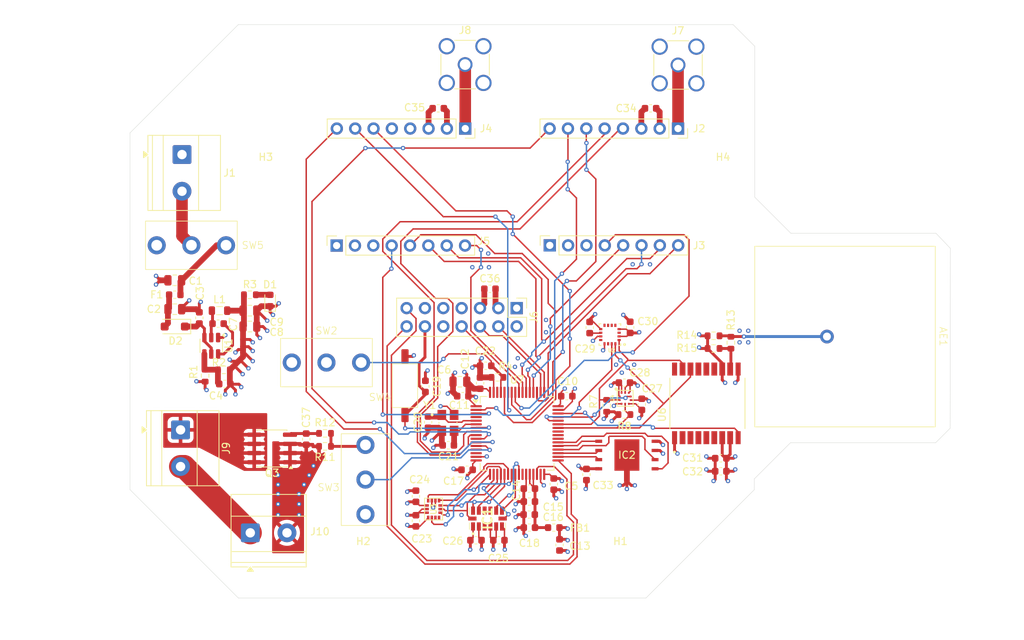
<source format=kicad_pcb>
(kicad_pcb (version 20241229) (generator "pcbnew") (generator_version "9.0")
  (layers (0 "F.Cu" signal) (4 "In1.Cu" signal) (6 "In2.Cu" signal) (2 "B.Cu" signal) (13 "F.Paste" user) (15 "B.Paste" user) (5 "F.SilkS" user "F.Silkscreen") (7 "B.SilkS" user "B.Silkscreen") (1 "F.Mask" user) (3 "B.Mask" user) (25 "Edge.Cuts" user))
  (net 0 "")
  (net 1 "Net-(AE1-A)")
  (net 2 "Net-(J1-Pin_2)")
  (net 3 "GND")
  (net 4 "Net-(D2-A)")
  (net 5 "Net-(D2-K)")
  (net 6 "Net-(U1-VFB)")
  (net 7 "+3V3")
  (net 8 "Net-(U1-VBST)")
  (net 9 "Net-(U1-SW)")
  (net 10 "+3V3A")
  (net 11 "/NRST")
  (net 12 "Net-(U7-PF0)")
  (net 13 "Net-(U7-PF1)")
  (net 14 "/BOOT0")
  (net 15 "Net-(U2-CAP)")
  (net 16 "Net-(Q3-G)")
  (net 17 "Net-(D1-A)")
  (net 18 "/SPI1_MISO")
  (net 19 "/INT1_ADXL")
  (net 20 "/SPI1_SCK")
  (net 21 "/CS_ADXL")
  (net 22 "/SPI1_MOSI")
  (net 26 "/INT2_ADXL")
  (net 27 "/SPI2_SCK")
  (net 28 "/SPI2_MOSI")
  (net 29 "/RST_W25Q")
  (net 30 "/SPI2_MISO")
  (net 31 "/CS_W25Q")
  (net 32 "/L62_TXSW")
  (net 33 "/L62_BUSY")
  (net 34 "/L62_ANT")
  (net 35 "/L62_RXSW")
  (net 36 "/L62_DIO1")
  (net 38 "/L62_RST")
  (net 39 "/SPI3_MISO")
  (net 41 "/SPI3_SCK")
  (net 42 "/L62_CS")
  (net 43 "/SPI3_MOSI")
  (net 44 "/L80_DIO1")
  (net 46 "/L80_BUSY")
  (net 47 "/L80_ANT")
  (net 49 "/L80_CS")
  (net 52 "/L80_RST")
  (net 53 "/SWDIO")
  (net 54 "/SWCLK")
  (net 57 "/SWO")
  (net 59 "/VCP_RX")
  (net 60 "/VCP_TX")
  (net 62 "/PARA_PWR")
  (net 63 "/I2C2_SCL")
  (net 64 "/I2C2_SDA")
  (net 65 "Net-(SW3-C)")
  (net 66 "Net-(U6-RF_IN)")
  (net 69 "/PARA_DEPLOY")
  (net 70 "Net-(SW5-A)")
  (net 74 "/INT_MMC")
  (net 80 "/LSM6_INT2")
  (net 81 "/LSM6_INT1")
  (net 83 "/CS_LSM6")
  (net 85 "/INT_BMP")
  (net 94 "/RST_MAX")
  (net 102 "/PARA_GND")
  (net 107 "/L62_DIO2")
  (net 108 "/L80_DIO2")
  (footprint "Capacitor_SMD:C_0603_1608Metric" (layer "F.Cu") (at 153.9 97.45 180)
    (property "Reference" "C18")
    (property "Value" "1uF" (hide yes))
  )
  (footprint "Connector_Coaxial:SMA_Amphenol_901-144_Vertical" (layer "F.Cu") (at 145 33.34)
    (property "Reference" "J8")
    (property "Value" "2.4GHz antenna" (hide yes))
  )
  (footprint "Connector_PinSocket_2.54mm:PinSocket_1x08_P2.54mm_Vertical" (layer "F.Cu") (at 174.48 42.2 -90)
    (property "Reference" "J2")
    (property "Value" "LAMBDA62" (hide yes))
  )
  (footprint "Capacitor_SMD:C_0603_1608Metric" (layer "F.Cu") (at 158.075 99.85 -90)
    (property "Reference" "C13")
    (property "Value" "1uF" (hide yes))
  )
  (footprint "Resistor_SMD:R_0603_1608Metric" (layer "F.Cu") (at 167.0625 81.8 180)
    (property "Reference" "R8")
    (property "Value" "2k7R" (hide yes))
  )
  (footprint "Capacitor_SMD:C_0603_1608Metric" (layer "F.Cu") (at 142.675 86.05 180)
    (property "Reference" "C21")
    (property "Value" "10pF" (hide yes))
  )
  (footprint "Connector_PinSocket_2.54mm:PinSocket_1x08_P2.54mm_Vertical" (layer "F.Cu") (at 127.21 58.4 90)
    (property "Reference" "J5")
    (property "Value" "Conn_01x08_Socket" (hide yes))
  )
  (footprint "Capacitor_SMD:C_0603_1608Metric" (layer "F.Cu") (at 139.5 77.9 90)
    (property "Reference" "C19")
    (property "Value" "100nF" (hide yes))
  )
  (footprint "Connector_Coaxial:SMA_Amphenol_901-144_Vertical" (layer "F.Cu") (at 174.48 33.4)
    (property "Reference" "J7")
    (property "Value" "868MHz antenna" (hide yes))
  )
  (footprint "Capacitor_SMD:C_0603_1608Metric" (layer "F.Cu") (at 153.875 95.65 180)
    (property "Reference" "C16")
    (property "Value" "1uF" (hide yes))
  )
  (footprint "avionicsw:G-Switch GT-TC060A-H025-L1S" (layer "F.Cu") (at 136.675 77.8)
    (property "Reference" "SW4")
    (property "Value" "SW_Push" (hide yes))
  )
  (footprint "Capacitor_SMD:C_0603_1608Metric" (layer "F.Cu") (at 153.9 93.85 180)
    (property "Reference" "C15")
    (property "Value" "100nF" (hide yes))
  )
  (footprint "Capacitor_SMD:C_0603_1608Metric" (layer "F.Cu") (at 141.28 39.4 180)
    (property "Reference" "C35")
    (property "Value" "100nF" (hide yes))
  )
  (footprint "Capacitor_SMD:C_0603_1608Metric" (layer "F.Cu") (at 145.275 89.45 180)
    (property "Reference" "C17")
    (property "Value" "100nF" (hide yes))
  )
  (footprint "MAX-M10S-00B:XCVR_MAX-M10S-00B" (layer "F.Cu") (at 178.4 80.25 90)
    (property "Reference" "U6")
    (property "Value" "MAX-M10S-00B" (hide yes))
  )
  (footprint "BMP581:BMP581" (layer "F.Cu") (at 167.1625 79.55 90)
    (property "Reference" "U4")
    (property "Value" "BMP581" (hide yes))
  )
  (footprint "Capacitor_SMD:C_0603_1608Metric" (layer "F.Cu") (at 144.675 79.25 180)
    (property "Reference" "C11")
    (property "Value" "100nF" (hide yes))
  )
  (footprint "Capacitor_SMD:C_0603_1608Metric" (layer "F.Cu") (at 159.075 79.25)
    (property "Reference" "C10")
    (property "Value" "100nF" (hide yes))
  )
  (footprint "Capacitor_SMD:C_0603_1608Metric" (layer "F.Cu") (at 123 85.205 -90)
    (property "Reference" "C37")
    (property "Value" "10nF" (hide yes))
  )
  (footprint "Resistor_SMD:R_0603_1608Metric" (layer "F.Cu") (at 149.475 76.65 180)
    (property "Reference" "R4")
    (property "Value" "10kR" (hide yes))
  )
  (footprint "Capacitor_SMD:C_0805_2012Metric" (layer "F.Cu") (at 115.2 69.6125 180)
    (property "Reference" "C8")
    (property "Value" "22uF" (hide yes))
  )
  (footprint "Capacitor_SMD:C_0805_2012Metric" (layer "F.Cu") (at 144.275 77.25 180)
    (property "Reference" "C6")
    (property "Value" "4u7F" (hide yes))
  )
  (footprint "Connector_PinSocket_2.54mm:PinSocket_1x08_P2.54mm_Vertical" (layer "F.Cu") (at 145.02 42.2 -90)
    (property "Reference" "J4")
    (property "Value" "LAMBDA80" (hide yes))
  )
  (footprint "Capacitor_SMD:C_0603_1608Metric" (layer "F.Cu") (at 167.85 69.725 -90)
    (property "Reference" "C30")
    (property "Value" "1uF" (hide yes))
  )
  (footprint "MountingHole:MountingHole_2.2mm_M2" (layer "F.Cu") (at 117.4 49.3)
    (property "Reference" "H3")
    (property "Value" "MountingHole" (hide yes))
  )
  (footprint "Capacitor_SMD:C_0603_1608Metric" (layer "F.Cu") (at 157.275 91.425 -90)
    (property "Reference" "C5")
    (property "Value" "100nF" (hide yes))
  )
  (footprint "Resistor_SMD:R_0603_1608Metric" (layer "F.Cu") (at 115.2 65.2125)
    (property "Reference" "R3")
    (property "Value" "1kR" (hide yes))
  )
  (footprint "Capacitor_SMD:C_0603_1608Metric" (layer "F.Cu") (at 139.875 82.85 -90)
    (property "Reference" "C20")
    (property "Value" "10pF" (hide yes))
  )
  (footprint "ADXL375:CC-14-1" (layer "F.Cu") (at 148.1 96.2 90)
    (property "Reference" "IC1")
    (property "Value" "ADXL375BCCZ" (hide yes))
  )
  (footprint "Capacitor_SMD:C_0805_2012Metric" (layer "F.Cu") (at 104.8 63.2125)
    (property "Reference" "C1")
    (property "Value" "10uF" (hide yes))
  )
  (footprint "avionicsw:SHOU HAN SS12D10G5" (layer "F.Cu") (at 131.2 90.805 180)
    (property "Reference" "SW3")
    (property "Value" "SW_SPDT" (hide yes))
  )
  (footprint "Package_SO:SOIC-8_3.9x4.9mm_P1.27mm" (layer "F.Cu") (at 118.275 86.495 180)
    (property "Reference" "Q3")
    (property "Value" "FDS2734" (hide yes))
  )
  (footprint "Capacitor_SMD:C_0603_1608Metric" (layer "F.Cu") (at 149.675 99.2)
    (property "Reference" "C25")
    (property "Value" "100nF" (hide yes))
  )
  (footprint "Resistor_SMD:R_0603_1608Metric" (layer "F.Cu") (at 181.8 71.85 -90)
    (property "Reference" "R13")
    (property "Value" "0R")
  )
  (footprint "MountingHole:MountingHole_2.2mm_M2" (layer "F.Cu") (at 180.7 49.3)
    (property "Reference" "H4")
    (property "Value" "MountingHole" (hide yes))
  )
  (footprint "Inductor_SMD:L_0805_2012Metric" (layer "F.Cu") (at 111 67.4125)
    (property "Reference" "L1")
    (property "Value" "2u2H" (hide yes))
  )
  (footprint "Capacitor_SMD:C_0603_1608Metric" (layer "F.Cu") (at 161.8 90.1 90)
    (property "Reference" "C33")
    (property "Value" "100nF" (hide yes))
  )
  (footprint "Capacitor_SMD:C_0805_2012Metric" (layer "F.Cu") (at 104.8 67.2125 180)
    (property "Reference" "C2")
    (property "Value" "10uF" (hide yes))
  )
  (footprint "avionicsw:SHOU HAN SS12D10G5" (layer "F.Cu") (at 107.1 58.3625 -90)
    (property "Reference" "SW5")
    (property "Value" "SW_SPDT" (hide yes))
  )
  (footprint "Package_TO_SOT_SMD:SOT-23-6" (layer "F.Cu") (at 109.85 72.275 -90)
    (property "Reference" "U1")
    (property "Value" "TPS563200" (hide yes))
  )
  (footprint "Resistor_SMD:R_0603_1608Metric" (layer "F.Cu") (at 125.6 84.405 180)
    (property "Reference" "R12")
    (property "Value" "100R" (hide yes))
  )
  (footprint "Resistor_SMD:R_0603_1608Metric" (layer "F.Cu") (at 164.6 80.5875 -90)
    (property "Reference" "R7")
    (property "Value" "2k7R" (hide yes))
  )
  (footprint "Capacitor_SMD:C_0603_1608Metric" (layer "F.Cu") (at 147.075 77.45 90)
    (property "Reference" "C12")
    (property "Value" "100nF" (hide yes))
  )
  (footprint "avionicsw:Taoglas_CGGP.25.4.A.02" (layer "F.Cu") (at 195.1 71 -90)
    (property "Reference" "AE1")
    (property "Value" "Antenna" (hide yes))
  )
  (footprint "Resistor_SMD:R_0603_1608Metric" (layer "F.Cu") (at 109 76.4125 -90)
    (property "Reference" "R1")
    (property "Value" "10kR" (hide yes))
  )
  (footprint "Capacitor_SMD:C_0603_1608Metric" (layer "F.Cu") (at 148.435 64.4)
    (property "Reference" "C36")
    (property "Value" "100nF")
  )
  (footprint "avionicsw:SHOU HAN SS12D10G5" (layer "F.Cu") (at 125.8 74.6 90)
    (property "Reference" "SW2")
    (property "Value" "SW_SPDT" (hide yes))
  )
  (footprint "Capacitor_SMD:C_0603_1608Metric" (layer "F.Cu") (at 170.68 39.4 180)
    (property "Reference" "C34")
    (property "Value" "100nF" (hide yes))
  )
  (footprint "Fuse:Fuse_0603_1608Metric" (layer "F.Cu") (at 104.8 65.2125 180)
    (property "Reference" "F1")
    (property "Value" "1A" (hide yes))
  )
  (footprint "Capacitor_SMD:C_0603_1608Metric" (layer "F.Cu") (at 138.1875 93.1125 -90)
    (property "Reference" "C24")
    (property "Value" "100nF" (hide yes))
  )
  (footprint "TerminalBlock_Phoenix:TerminalBlock_Phoenix_MKDS-1,5-2-5.08_1x02_P5.08mm_Horizontal" (layer "F.Cu") (at 105.6 83.92 -90)
    (property "Reference" "J9")
    (property "Value" "Nichrome connector")
  )
  (footprint "Resistor_SMD:R_0603_1608Metric" (layer "F.Cu") (at 179.4 72.65 180)
    (property "Reference" "R15")
    (property "Value" "DNI")
  )
  (footprint "MMC5983MA:PQFN50P300X300X100-16N" (layer "F.Cu") (at 165.05 70.725 180)
    (property "Reference" "U2")
    (property "Value" "MMC5983MA" (hide yes))
  )
  (footprint "Capacitor_SMD:C_0603_1608Metric" (layer "F.Cu") (at 153.9 92.05 180)
    (property "Reference" "C14")
    (property "Value" "10nF" (hide yes))
  )
  (footprint "Diode_SMD:D_SOD-123F" (layer "F.Cu") (at 104.8 69.6125 180)
    (property "Reference" "D2")
    (property "Value" "D" (hide yes))
  )
  (footprint "Capacitor_SMD:C_0603_1608Metric" (layer "F.Cu") (at 169.4625 80.3875 90)
    (property "Reference" "C27")
    (property "Value" "100nF" (hide yes))
  )
  (footprint "Capacitor_SMD:C_0603_1608Metric" (layer "F.Cu") (at 111.725 77.5625 180)
    (property "Reference" "C4")
    (property "Value" "DNI" (hide yes))
  )
  (footprint "Capacitor_SMD:C_0603_1608Metric" (layer "F.Cu") (at 180.4 89.65)
    (property "Reference" "C32")
    (property "Value" "100nF" (hide yes))
  )
  (footprint "Package_QFP:LQFP-64_10x10mm_P0.5mm" (layer "F.Cu") (at 152.2 84.4)
    (property "Reference" "U7")
    (property "Value" "STM32G474RET6" (hide yes))
  )
  (footprint "ABM8G-16.000MHZ-4Y-T3:XTAL_ABM8G-16.000MHZ-4Y-T3" (layer "F.Cu") (at 142.625 82.95)
    (property "Reference" "Y1")
    (property "Value" "16MHz" (hide yes))
  )
  (footprint "MountingHole:MountingHole_2.2mm_M2" (layer "F.Cu") (at 166.5 102.5)
    (property "Reference" "H1")
    (property "Value" "MountingHole" (hide yes))
  )
  (footprint "Inductor_SMD:L_0603_1608Metric" (layer "F.Cu") (at 157.275 97.45)
    (property "Reference" "FB1")
    (property "Value" "120R" (hide yes))
  )
  (footprint "Resistor_SMD:R_0603_1608Metric" (layer "F.Cu") (at 111.6 75.6125)
    (property "Reference" "R2")
    (property "Value" "33kR" (hide yes))
  )
  (footprint "Capacitor_SMD:C_0805_2012Metric" (layer "F.Cu") (at 115.2 67.4125 180)
    (property "Reference" "C9")
    (property "Value" "22uF" (hide yes))
  )
  (footprint "Capacitor_SMD:C_0603_1608Metric" (layer "F.Cu") (at 180.4 87.85)
    (property "Reference" "C31")
    (property "Value" "100nF" (hide yes))
  )
  (footprint "Connector_PinSocket_2.54mm:PinSocket_1x08_P2.54mm_Vertical" (layer "F.Cu") (at 156.725 58.375 90)
    (property "Reference" "J3")
    (property "Value" "Conn_01x08_Socket" (hide yes))
  )
  (footprint "Capacitor_SMD:C_0603_1608Metric" (layer "F.Cu") (at 108.2 68.4125 -90)
    (property "Reference" "C3")
    (property "Value" "100nF" (hide yes))
  )
  (footprint "Connector_PinHeader_2.54mm:PinHeader_2x07_P2.54mm_Vertical" (layer "F.Cu") (at 152.14 67.06 -90)
    (property "Reference" "J6")
    (property "Value" "SWD interface" (hide yes))
  )
  (footprint "TerminalBlock_Phoenix:TerminalBlock_Phoenix_MKDS-1,5-2-5.08_1x02_P5.08mm_Horizontal" (layer "F.Cu") (at 115.255 98.1725)
    (property "Reference" "J10")
    (property "Value" "Parachute battery")
  )
  (footprint "W25Q256JVEIQ:SON127P800X600X80-9N" (layer "F.Cu") (at 167.4 87.405 180)
    (property "Reference" "IC2")
    (property "Value" "W25Q256JVEIQ" (hide yes))
  )
  (footprint "LED_SMD:LED_0603_1608Metric" (layer "F.Cu") (at 118 66.0125 90)
    (property "Reference" "D1")
    (property "Value" "PWR LED" (hide yes))
  )
  (footprint "Resistor_SMD:R_0603_1608Metric" (layer "F.Cu") (at 179.4 70.9 180)
    (property "Reference" "R14")
    (property "Value" "DNI" (hide yes))
  )
  (footprint "LSM6DSR:LGA-14L" (layer "F.Cu") (at 140.6375 94.8875 -90)
    (property "Reference" "U3")
    (property "Value" "LSM6DSR" (hide yes))
  )
  (footprint "TerminalBlock_Phoenix:TerminalBlock_Phoenix_MKDS-1,5-2-5.08_1x02_P5.08mm_Horizontal" (layer "F.Cu") (at 105.8 45.8 -90)
    (property "Reference" "J1")
    (property "Value" "Main battery")
  )
  (footprint "Capacitor_SMD:C_0603_1608Metric" (layer "F.Cu") (at 146.5 99.2 180)
    (property "Reference" "C26")
    (property "Value" "1uF" (hide yes))
  )
  (footprint "Capacitor_SMD:C_0603_1608Metric" (layer "F.Cu") (at 110.8 69.2125 180)
    (property "Reference" "C7")
    (property "Value" "100nF" (hide yes))
  )
  (footprint "Resistor_SMD:R_0603_1608Metric" (layer "F.Cu") (at 125.6 86.205 180)
    (property "Reference" "R11")
    (property "Value" "10kR" (hide yes))
  )
  (footprint "Capacitor_SMD:C_0603_1608Metric" (layer "F.Cu") (at 147.85 75.05 180)
    (property "Reference" "C22")
    (property "Value" "100nF" (hide yes))
  )
  (footprint "Capacitor_SMD:C_0603_1608Metric" (layer "F.Cu") (at 162.25 69.75 -90)
    (property "Reference" "C29")
    (property "Value" "10uF" (hide yes))
  )
  (footprint "Capacitor_SMD:C_0603_1608Metric" (layer "F.Cu") (at 167.0625 77.3875 180)
    (property "Reference" "C28")
    (property "Value" "100nF" (hide yes))
  )
  (footprint "Capacitor_SMD:C_0603_1608Metric" (layer "F.Cu") (at 138.1875 96.5125 -90)
    (property "Reference" "C23")
    (property "Value" "100nF" (hide yes))
  )
  (footprint "MountingHole:MountingHole_2.2mm_M2" (layer "F.Cu") (at 130.9 102.5)
    (property "Reference" "H2")
    (property "Value" "MountingHole" (hide yes))
  )
  (gr_line (start 185.05 92.2) (end 185.05 90.7) (stroke (width 0.05)) (layer "Edge.Cuts"))
  (gr_line (start 210.15 85.7) (end 190.05 85.7) (stroke (width 0.05)) (layer "Edge.Cuts"))
  (gr_line (start 113.6 107.2) (end 98.6 92.2) (stroke (width 0.05)) (layer "Edge.Cuts"))
  (gr_line (start 98.6 92.2) (end 98.6 42.8) (stroke (width 0.05)) (layer "Edge.Cuts"))
  (gr_line (start 212.153268 83.700003) (end 210.15 85.7) (stroke (width 0.05)) (layer "Edge.Cuts"))
  (gr_line (start 185.1 30.8) (end 182.1 27.8) (stroke (width 0.05)) (layer "Edge.Cuts"))
  (gr_line (start 190.05 85.7) (end 185.05 90.7) (stroke (width 0.05)) (layer "Edge.Cuts"))
  (gr_line (start 113.6 27.8) (end 182.1 27.8) (stroke (width 0.05)) (layer "Edge.Cuts"))
  (gr_line (start 185.1 30.8) (end 185.1 51.7) (stroke (width 0.05)) (layer "Edge.Cuts"))
  (gr_line (start 170.05 107.2) (end 185.05 92.2) (stroke (width 0.05)) (layer "Edge.Cuts"))
  (gr_line (start 210.2 56.7) (end 212.193959 58.797384) (stroke (width 0.05)) (layer "Edge.Cuts"))
  (gr_line (start 212.193959 58.797093) (end 212.153268 83.700003) (stroke (width 0.05)) (layer "Edge.Cuts"))
  (gr_line (start 98.6 42.8) (end 113.6 27.8) (stroke (width 0.05)) (layer "Edge.Cuts"))
  (gr_line (start 185.1 51.7) (end 190.1 56.7) (stroke (width 0.05)) (layer "Edge.Cuts"))
  (gr_line (start 113.6 107.2) (end 170.05 107.2) (stroke (width 0.05)) (layer "Edge.Cuts"))
  (gr_line (start 210.2 56.7) (end 190.1 56.7) (stroke (width 0.05)) (layer "Edge.Cuts"))
  (segment (start 183.6 71) (end 181.825 71) (width 0.4) (layer "F.Cu") (net 1))
  (segment (start 195.075 71.025) (end 195.1 71) (width 0.4) (layer "F.Cu") (net 1))
  (segment (start 180.225 70.9) (end 181.675 70.9) (width 0.4) (layer "F.Cu") (net 1))
  (segment (start 181.675 70.9) (end 181.8 71.025) (width 0.4) (layer "F.Cu") (net 1))
  (segment (start 181.825 71) (end 181.8 71.025) (width 0.4) (layer "F.Cu") (net 1))
  (via (at 183.6 71) (size 0.6) (drill 0.3) (layers "F.Cu" "B.Cu") (net 1))
  (segment (start 195.1 71) (end 183.6 71) (width 0.4) (layer "B.Cu") (net 1))
  (segment (start 105.8 57.0625) (end 107.1 58.3625) (width 1.6) (layer "F.Cu") (net 2))
  (segment (start 105.8 50.88) (end 105.8 57.0625) (width 1.6) (layer "F.Cu") (net 2))
  (segment (start 147.66 64.4) (end 147.66 66.46) (width 0.8) (layer "F.Cu") (net 3))
  (segment (start 157.875 81.15) (end 158.683824 81.15) (width 0.2) (layer "F.Cu") (net 3))
  (segment (start 139.875 83.625) (end 141.35 83.625) (width 0.8) (layer "F.Cu") (net 3))
  (segment (start 118 66.8) (end 116.7625 66.8) (width 0.8) (layer "F.Cu") (net 3))
  (segment (start 174 85) (end 174 86.8) (width 0.4) (layer "F.Cu") (net 3))
  (segment (start 167.1625 78.0625) (end 167.8375 77.3875) (width 0.2) (layer "F.Cu") (net 3))
  (segment (start 167.1625 78.7875) (end 167.1625 78.0625) (width 0.2) (layer "F.Cu") (net 3))
  (segment (start 165.8875 80.3125) (end 165.6 80.6) (width 0.2) (layer "F.Cu") (net 3))
  (segment (start 177.55 72.65) (end 177.4 72.5) (width 0.4) (layer "F.Cu") (net 3))
  (segment (start 139.0375 94.8875) (end 138.1875 95.7375) (width 0.2) (layer "F.Cu") (net 3))
  (segment (start 143.55 89.45) (end 143.4 89.3) (width 0.4) (layer "F.Cu") (net 3))
  (segment (start 182.8 75.5) (end 182.8 77) (width 0.4) (layer "F.Cu") (net 3))
  (segment (start 155.45 90.075) (end 155.45 91.15) (width 0.2) (layer "F.Cu") (net 3))
  (segment (start 116.15 69.6125) (end 116.15 67.4125) (width 0.8) (layer "F.Cu") (net 3))
  (segment (start 148.5 97.2975) (end 148.5 98.8) (width 0.2) (layer "F.Cu") (net 3))
  (segment (start 148.95 76.95) (end 148.65 76.65) (width 0.2) (layer "F.Cu") (net 3))
  (segment (start 146.9 98.825) (end 146.9 97.2975) (width 0.2) (layer "F.Cu") (net 3))
  (segment (start 143.475 81.648) (end 142.476998 80.649998) (width 0.2) (layer "F.Cu") (net 3))
  (segment (start 171.94 42.2) (end 171.94 39.885) (width 0.8) (layer "F.Cu") (net 3))
  (segment (start 116.15 70.75) (end 116.6 71.2) (width 0.4) (layer "F.Cu") (net 3))
  (segment (start 143.325 78.675) (end 143.9 79.25) (width 0.8) (layer "F.Cu") (net 3))
  (segment (start 158.1 92.2) (end 158.4 92.5) (width 0.4) (layer "F.Cu") (net 3))
  (segment (start 167.4 91.005) (end 167.4 91.105) (width 0.4) (layer "F.Cu") (net 3))
  (segment (start 107.775 67.2125) (end 108.2 67.6375) (width 0.8) (layer "F.Cu") (net 3))
  (segment (start 169.4625 81.9375) (end 169.1 82.3) (width 0.4) (layer "F.Cu") (net 3))
  (segment (start 138.1875 95.7375) (end 137.0375 95.7375) (width 0.4) (layer "F.Cu") (net 3))
  (segment (start 118 67.6) (end 118.4 68) (width 0.4) (layer "F.Cu") (net 3))
  (segment (start 166.6625 80.3125) (end 165.8875 80.3125) (width 0.2) (layer "F.Cu") (net 3))
  (segment (start 105.75 67.05) (end 106.8 66) (width 0.4) (layer "F.Cu") (net 3))
  (segment (start 118.8 66.8) (end 119.2 66.4) (width 0.4) (layer "F.Cu") (net 3))
  (segment (start 109 77.2375) (end 109 78.2) (width 0.4) (layer "F.Cu") (net 3))
  (segment (start 138.1875 92.3375) (end 137.1375 92.3375) (width 0.4) (layer "F.Cu") (net 3))
  (segment (start 140.95 86.05) (end 140.6 86.4) (width 0.4) (layer "F.Cu") (net 3))
  (segment (start 171.94 39.885) (end 171.455 39.4) (width 0.8) (layer "F.Cu") (net 3))
  (segment (start 144.5 89.45) (end 143.55 89.45) (width 0.4) (layer "F.Cu") (net 3))
  (segment (start 143.475 81.85) (end 143.475 81.648) (width 0.2) (layer "F.Cu") (net 3))
  (segment (start 147.075 75.05) (end 146.25 75.05) (width 0.4) (layer "F.Cu") (net 3))
  (segment (start 169.4625 81.1625) (end 169.4625 81.9375) (width 0.4) (layer "F.Cu") (net 3))
  (segment (start 141.775 85.925) (end 141.9 86.05) (width 0.8) (layer "F.Cu") (net 3))
  (segment (start 157.275 93.075) (end 157.6 93.4) (width 0.4) (layer "F.Cu") (net 3))
  (segment (start 138.5375 95.3875) (end 138.1875 95.7375) (width 0.2) (layer "F.Cu") (net 3))
  (segment (start 146.525 87.65) (end 147.95 87.65) (width 0.2) (layer "F.Cu") (net 3))
  (segment (start 147.075 75.05) (end 147.075 74.225) (width 0.4) (layer "F.Cu") (net 3))
  (segment (start 159.025 100.625) (end 159.2 100.8) (width 0.4) (layer "F.Cu") (net 3))
  (segment (start 137.1375 92.3375) (end 136.9875 92.4875) (width 0.4) (layer "F.Cu") (net 3))
  (segment (start 178.65 87.85) (end 178.4 87.6) (width 0.4) (layer "F.Cu") (net 3))
  (segment (start 168 91.605) (end 168.5 91.605) (width 0.4) (layer "F.Cu") (net 3))
  (segment (start 139.5 77.125) (end 139.5 76) (width 0.4) (layer "F.Cu") (net 3))
  (segment (start 167.4 91.005) (end 167.4 92.105) (width 0.4) (layer "F.Cu") (net 3))
  (segment (start 167.4 91.005) (end 168 91.605) (width 0.4) (layer "F.Cu") (net 3))
  (segment (start 147.95 87.65) (end 148 87.6) (width 0.2) (layer "F.Cu") (net 3))
  (segment (start 162.25 68.975) (end 162.775 68.975) (width 0.2) (layer "F.Cu") (net 3))
  (segment (start 147.275 99.2) (end 147.275 100.4775) (width 0.4) (layer "F.Cu") (net 3))
  (segment (start 153.45 91.725) (end 153.125 92.05) (width 0.2) (layer "F.Cu") (net 3))
  (segment (start 141.35 83.625) (end 141.775 84.05) (width 0.8) (layer "F.Cu") (net 3))
  (segment (start 116.15 67.4125) (end 116.2125 67.4125) (width 0.4) (layer "F.Cu") (net 3))
  (segment (start 178.575 70.9) (end 178.575 72.65) (width 0.4) (layer "F.Cu") (net 3))
  (segment (start 147.075 76.675) (end 147.075 75.05) (width 0.8) (layer "F.Cu") (net 3))
  (segment (start 137.75 73.75) (end 137.9 73.6) (width 0.4) (layer "F.Cu") (net 3))
  (segment (start 139.399 84.801) (end 139.875 84.325) (width 0.4) (layer "F.Cu") (net 3))
  (segment (start 147.1 76.65) (end 147.075 76.675) (width 0.8) (layer "F.Cu") (net 3))
  (segment (start 153.125 97.45) (end 152.35 97.45) (width 0.4) (layer "F.Cu") (net 3))
  (segment (start 143.325 77.25) (end 143.325 76.275) (width 0.4) (layer "F.Cu") (net 3))
  (segment (start 162.25 68.65) (end 163 67.9) (width 0.4) (layer "F.Cu") (net 3))
  (segment (start 143.325 77.25) (end 143.325 78.675) (width 0.8) (layer "F.Cu") (net 3))
  (segment (start 162.25 68.975) (end 162.25 68.65) (width 0.4) (layer "F.Cu") (net 3))
  (segment (start 152.35 93.85) (end 152 94.2) (width 0.4) (layer "F.Cu") (net 3))
  (segment (start 177.6 70.9) (end 177.4 70.7) (width 0.4) (layer "F.Cu") (net 3))
  (segment (start 167.6625 80.3125) (end 168.6125 80.3125) (width 0.2) (layer "F.Cu") (net 3))
  (segment (start 168.6125 80.3125) (end 169.4625 81.1625) (width 0.2) (layer "F.Cu") (net 3))
  (segment (start 102.8125 63.2125) (end 103.85 63.2125) (width 0.8) (layer "F.Cu") (net 3))
  (segment (start 153.125 93.85) (end 153.125 97.45) (width 0.4) (layer "F.Cu") (net 3))
  (segment (start 143.325 78.675) (end 142.825 78.675) (width 0.4) (layer "F.Cu") (net 3))
  (segment (start 139.875 84.325) (end 139.875 83.625) (width 0.4) (layer "F.Cu") (net 3))
  (segment (start 159.85 78.55) (end 160.2 78.2) (width 0.2) (layer "F.Cu") (net 3))
  (segment (start 147.66 66.46) (end 147.06 67.06) (width 0.8) (layer "F.Cu") (net 3))
  (segment (start 153.45 90.075) (end 153.45 91.725) (width 0.2) (layer "F.Cu") (net 3))
  (segment (start 140.3875 94.4875) (end 140.5875 94.6875) (width 0.2) (layer "F.Cu") (net 3))
  (segment (start 116.2125 67.4125) (end 117.6 68.8) (width 0.4) (layer "F.Cu") (net 3))
  (segment (start 163.325 70.975) (end 162.7 71.6) (width 0.2) (layer "F.Cu") (net 3))
  (segment (start 140.3875 93.6625) (end 140.3875 94.4875) (width 0.2) (layer "F.Cu") (net 3))
  (segment (start 162.775 68.975) (end 163.775 69.975) (width 0.2) (layer "F.Cu") (net 3))
  (segment (start 157.275 92.2) (end 158.1 92.2) (width 0.4) (layer "F.Cu") (net 3))
  (segment (start 136.675 73.75) (end 137.75 73.75) (width 0.4) (layer "F.Cu") (net 3))
  (segment (start 142.476998 80.649998) (end 141.6 80.649998) (width 0.2) (layer "F.Cu") (net 3))
  (segment (start 116.15 69.6125) (end 116.15 70.75) (width 0.4) (layer "F.Cu") (net 3))
  (segment (start 167.4 87.405) (end 167.4 91.005) (width 0.8) (layer "F.Cu") (net 3))
  (segment (start 158.075 100.625) (end 159.025 100.625) (width 0.4) (layer "F.Cu") (net 3))
  (segment (start 116.15 69.6125) (end 117.0125 69.6125) (width 0.4) (layer "F.Cu") (net 3))
  (segment (start 117.0125 69.6125) (end 117.6 70.2) (width 0.4) (layer "F.Cu") (net 3))
  (segment (start 108.2 66.4) (end 108.4 66.2) (width 0.4) (layer "F.Cu") (net 3))
  (segment (start 167.8375 77.3875) (end 167.8375 78.6125) (width 0.2) (layer "F.Cu") (net 3))
  (segment (start 171.3 85.5) (end 171.895 85.5) (width 0.4) (layer "F.Cu") (net 3))
  (segment (start 153.125 93.85) (end 152.35 93.85) (width 0.4) (layer "F.Cu") (net 3))
  (segment (start 102.8 63.2) (end 102.8125 63.2125) (width 0.8) (layer "F.Cu") (net 3))
  (segment (start 141.75 84.05) (end 140.4 85.4) (width 0.4) (layer "F.Cu") (net 3))
  (segment (start 141.775 84.05) (end 141.775 85.925) (width 0.8) (layer "F.Cu") (net 3))
  (segment (start 140.8875 93.6625) (end 140.8875 94.3875) (width 0.2) (layer "F.Cu") (net 3))
  (segment (start 148.65 76.65) (end 147.1 76.65) (width 0.8) (layer "F.Cu") (net 3))
  (segment (start 179.625 90.775) (end 179.4 91) (width 0.4) (layer "F.Cu") (net 3))
  (segment (start 167.4 91.105) (end 166.9 91.605) (width 0.4) (layer "F.Cu") (net 3))
  (segment (start 109 78.2) (end 109.2 78.4) (width 0.4) (layer "F.Cu") (net 3))
  (segment (start 141.9 86.05) (end 140.95 86.05) (width 0.4) (layer "F.Cu") (net 3))
  (segment (start 180.6 75.5) (end 180.6 77) (width 0.4) (layer "F.Cu") (net 3))
  (segment (start 152.35 95.65) (end 153.1 95.65) (width 0.4) (layer "F.Cu") (net 3))
  (segment (start 152 96) (end 152.35 95.65) (width 0.4) (layer "F.Cu") (net 3))
  (segment (start 179.625 89.65) (end 179.625 90.775) (width 0.4) (layer "F.Cu") (net 3))
  (segment (start 109 77.2375) (end 107.8375 77.2375) (width 0.4) (layer "F.Cu") (net 3))
  (segment (start 140.8875 94.3875) (end 140.5875 94.6875) (width 0.2) (layer "F.Cu") (net 3))
  (segment (start 147.075 74.225) (end 147.3 74) (width 0.4) (layer "F.Cu") (net 3))
  (segment (start 166.9 91.605) (end 166.4 91.605) (width 0.4) (layer "F.Cu") (net 3))
  (segment (start 180.6 74.675) (end 180.6 75.5) (width 0.4) (layer "F.Cu") (net 3))
  (segment (start 174 86.8) (end 174.4 87.2) (width 0.4) (layer "F.Cu") (net 3))
  (segment (start 159.85 79.983824) (end 159.85 79.25) (width 0.2) (layer "F.Cu") (net 3))
  (segment (start 178.575 72.65) (end 180.6 74.675) (width 0.4) (layer "F.Cu") (net 3))
  (segment (start 142.48 42.2) (end 142.48 39.825) (width 0.8) (layer "F.Cu") (net 3))
  (segment (start 155.45 91.15) (end 155.9 91.6) (width 0.2) (layer "F.Cu") (net 3))
  (segment (start 157.275 92.2) (end 157.275 93.075) (width 0.4) (layer "F.Cu") (net 3))
  (segment (start 171.895 85.5) (end 172.4 86.005) (width 0.4) (layer "F.Cu") (net 3))
  (segment (start 146.25 75.05) (end 146 75.3) (width 0.4) (layer "F.Cu") (net 3))
  (segment (start 168.4875 77.3875) (end 167.8375 77.3875) (width 0.4) (layer "F.Cu") (net 3))
  (segment (start 153.125 98.325) (end 153.4 98.6) (width 0.4) (layer "F.Cu") (net 3))
  (segment (start 159.85 79.25) (end 159.85 78.55) (width 0.2) (layer "F.Cu") (net 3))
  (segment (start 179.625 89.65) (end 179.625 87.85) (width 0.4) (layer "F.Cu") (net 3))
  (segment (start 108.2 67.6375) (end 108.2 66.4) (width 0.4) (layer "F.Cu") (net 3))
  (segment (start 149.3 97.2975) (end 149.3 98.8) (width 0.2) (layer "F.Cu") (net 3))
  (segment (start 161.8 92) (end 161.7 92.1) (width 0.4) (layer "F.Cu") (net 3))
  (segment (start 178.575 70.9) (end 177.6 70.9) (width 0.4) (layer "F.Cu") (net 3))
  (segment (start 105.75 67.2125) (end 105.75 67.05) (width 0.4) (layer "F.Cu") (net 3))
  (segment (start 148.9 99.2) (end 148.9 100.5025) (width 0.4) (layer "F.Cu") (net 3))
  (segment (start 147.275 100.4775) (end 147.3 100.5025) (width 0.4) (layer "F.Cu") (net 3))
  (segment (start 149.3 98.8) (end 148.9 99.2) (width 0.2) (layer "F.Cu") (net 3))
  (segment (start 180.6 77) (end 181 77.4) (width 0.4) (layer "F.Cu") (net 3))
  (segment (start 168.9 77.8) (end 168.4875 77.3875) (width 0.4) (layer "F.Cu") (net 3))
  (segment (start 139.675 77.225) (end 139.6 77.225) (width 0.4) (layer "F.Cu") (net 3))
  (segment (start 167.8375 78.6125) (end 167.6625 78.7875) (width 0.2) (layer "F.Cu") (net 3))
  (segment (start 102.8 63.2) (end 102.2 62.6) (width 0.4) (layer "F.Cu") (net 3))
  (segment (start 139.6 77.225) (end 139.5 77.125) (width 0.4) (layer "F.Cu") (net 3))
  (segment (start 139.6625 94.8875) (end 139.0375 94.8875) (width 0.2) (layer "F.Cu") (net 3))
  (segment (start 179.625 89.65) (end 178.65 89.65) (width 0.4) (layer "F.Cu") (net 3))
  (segment (start 142.48 39.825) (end 142.055 39.4) (width 0.8) (layer "F.Cu") (net 3))
  (segment (start 148.95 78.725) (end 148.95 76.95) (width 0.2) (layer "F.Cu") (net 3))
  (segment (start 102.8 63.2) (end 102.2 63.8) (width 0.4) (layer "F.Cu") (net 3))
  (segment (start 139.5 76) (end 139.8 75.7) (width 0.4) (layer "F.Cu") (net 3))
  (segment (start 178.65 89.65) (end 178.4 89.4) (width 0.4) (layer "F.Cu") (net 3))
  (segment (start 147.275 99.2) (end 146.9 98.825) (width 0.2) (layer "F.Cu") (net 3))
  (segment (start 141.775 84.05) (end 141.75 84.05) (width 0.4) (layer "F.Cu") (net 3))
  (segment (start 118 66.8) (end 118 67.6) (width 0.4) (layer "F.Cu") (net 3))
  (segment (start 178.575 72.65) (end 177.55 72.65) (width 0.4) (layer "F.Cu") (net 3))
  (segment (start 143.325 76.275) (end 143.6 76) (width 0.4) (layer "F.Cu") (net 3))
  (segment (start 111.4625 71.1375) (end 111.8 70.8) (width 0.4) (layer "F.Cu") (net 3))
  (segment (start 163.775 70.975) (end 163.325 70.975) (width 0.2) (layer "F.Cu") (net 3))
  (segment (start 158.683824 81.15) (end 159.85 79.983824) (width 0.2) (layer "F.Cu") (net 3))
  (segment (start 118 66.8) (end 118.8 66.8) (width 0.4) (layer "F.Cu") (net 3))
  (segment (start 179.625 87.85) (end 178.65 87.85) (width 0.4) (layer "F.Cu") (net 3))
  (segment (start 107.8375 77.2375) (end 107.8 77.2) (width 0.4) (layer "F.Cu") (net 3))
  (segment (start 153.125 92.05) (end 153.125 93.85) (width 0.4) (layer "F.Cu") (net 3))
  (segment (start 139.6625 95.3875) (end 138.5375 95.3875) (width 0.2) (layer "F.Cu") (net 3))
  (segment (start 148.5 98.8) (end 148.9 99.2) (width 0.2) (layer "F.Cu") (net 3))
  (segment (start 182.8 77) (end 182.4 77.4) (width 0.4) (layer "F.Cu") (net 3))
  (segment (start 116.7625 66.8) (end 116.15 67.4125) (width 0.8) (layer "F.Cu") (net 3))
  (segment (start 105.75 67.2125) (end 107.775 67.2125) (width 0.8) (layer "F.Cu") (net 3))
  (segment (start 137.0375 95.7375) (end 136.9875 95.6875) (width 0.4) (layer "F.Cu") (net 3))
  (segment (start 139.399 85.1) (end 139.399 84.801) (width 0.4) (layer "F.Cu") (net 3))
  (segment (start 139.5 77.125) (end 139.5 76.575) (width 0.4) (layer "F.Cu") (net 3))
  (segment (start 167.85 68.95) (end 166.9 68) (width 0.4) (layer "F.Cu") (net 3))
  (segment (start 161.8 90.875) (end 161.8 92) (width 0.4) (layer "F.Cu") (net 3))
  (segment (start 142.825 78.675) (end 142.6 78.9) (width 0.4) (layer "F.Cu") (net 3))
  (segment (start 153.125 97.45) (end 153.125 98.325) (width 0.4) (layer "F.Cu") (net 3))
  (segment (start 110.8 71.1375) (end 111.4625 71.1375) (width 0.4) (layer "F.Cu") (net 3))
  (segment (start 152.35 97.45) (end 152 97.8) (width 0.4) (layer "F.Cu") (net 3))
  (via (at 119.1 91.5) (size 0.6) (drill 0.3) (layers "F.Cu" "B.Cu") (net 3))
  (via (at 152 96) (size 0.6) (drill 0.3) (layers "F.Cu" "B.Cu") (net 3))
  (via (at 178.4 89.4) (size 0.6) (drill 0.3) (layers "F.Cu" "B.Cu") (net 3))
  (via (at 177.4 70.7) (size 0.6) (drill 0.3) (layers "F.Cu" "B.Cu") (net 3))
  (via (at 147.3 74) (size 0.6) (drill 0.3) (layers "F.Cu" "B.Cu") (net 3))
  (via (at 148 87.6) (size 0.6) (drill 0.3) (layers "F.Cu" "B.Cu") (net 3))
  (via (at 122 95.7) (size 0.6) (drill 0.3) (layers "F.Cu" "B.Cu") (net 3))
  (via (at 109.2 78.4) (size 0.6) (drill 0.3) (layers "F.Cu" "B.Cu") (net 3))
  (via (at 162.7 71.6) (size 0.6) (drill 0.3) (layers "F.Cu" "B.Cu") (net 3))
  (via (at 142.6 78.9) (size 0.6) (drill 0.3) (layers "F.Cu" "B.Cu") (net 3))
  (via (at 140.4 85.4) (size 0.6) (drill 0.3) (layers "F.Cu" "B.Cu") (net 3))
  (via (at 148.9 100.5025) (size 0.6) (drill 0.3) (layers "F.Cu" "B.Cu") (net 3))
  (via (at 118.4 68) (size 0.6) (drill 0.3) (layers "F.Cu" "B.Cu") (net 3))
  (via (at 183 70.2) (size 0.6) (drill 0.3) (layers "F.Cu" "B.Cu") (net 3))
  (via (at 146 75.3) (size 0.6) (drill 0.3) (layers "F.Cu" "B.Cu") (net 3))
  (via (at 170.6 61) (size 0.6) (drill 0.3) (layers "F.Cu" "B.Cu") (net 3))
  (via (at 167.4 92.105) (size 0.6) (drill 0.3) (layers "F.Cu" "B.Cu") (net 3))
  (via (at 152 97.8) (size 0.6) (drill 0.3) (layers "F.Cu" "B.Cu") (net 3))
  (via (at 177.4 72.5) (size 0.6) (drill 0.3) (layers "F.Cu" "B.Cu") (net 3))
  (via (at 119.1 92.8) (size 0.6) (drill 0.3) (layers "F.Cu" "B.Cu") (net 3))
  (via (at 147.3 100.5025) (size 0.6) (drill 0.3) (layers "F.Cu" "B.Cu") (net 3))
  (via (at 148.3 61.4) (size 0.6) (drill 0.3) (layers "F.Cu" "B.Cu") (net 3))
  (via (at 166.4 91.605) (size 0.6) (drill 0.3) (layers "F.Cu" "B.Cu") (net 3))
  (via (at 165.6 80.6) (size 0.6) (drill 0.3) (layers "F.Cu" "B.Cu") (net 3))
  (via (at 153.4 98.6) (size 0.6) (drill 0.3) (layers "F.Cu" "B.Cu") (net 3))
  (via (at 166.7 76) (size 0.6) (drill 0.3) (layers "F.Cu" "B.Cu") (net 3))
  (via (at 183 71.8) (size 0.6) (drill 0.3) (layers "F.Cu" "B.Cu") (net 3))
  (via (at 137.9 73.6) (size 0.6) (drill 0.3) (layers "F.Cu" "B.Cu") (net 3))
  (via (at 106.8 66) (size 0.6) (drill 0.3) (layers "F.Cu" "B.Cu") (net 3))
  (via (at 157.6 93.4) (size 0.6) (drill 0.3) (layers "F.Cu" "B.Cu") (net 3))
  (via (at 168.5 91.605) (size 0.6) (drill 0.3) (layers "F.Cu" "B.Cu") (net 3))
  (via (at 111.8 70.8) (size 0.6) (drill 0.3) (layers "F.Cu" "B.Cu") (net 3))
  (via (at 139.8 75.7) (size 0.6) (drill 0.3) (layers "F.Cu" "B.Cu") (net 3))
  (via (at 184.2 71.8) (size 0.6) (drill 0.3) (layers "F.Cu" "B.Cu") (net 3))
  (via (at 179.4 91) (size 0.6) (drill 0.3) (layers "F.Cu" "B.Cu") (net 3))
  (via (at 124 88.9) (size 0.6) (drill 0.3) (layers "F.Cu" "B.Cu") (net 3))
  (via (at 140.5875 94.6875) (size 0.6) (drill 0.3) (layers "F.Cu" "B.Cu") (net 3))
  (via (at 122 92.8) (size 0.6) (drill 0.3) (layers "F.Cu" "B.Cu") (net 3))
  (via (at 117.6 68.8) (size 0.6) (drill 0.3) (layers "F.Cu" "B.Cu") (net 3))
  (via (at 160.2 78.2) (size 0.6) (drill 0.3) (layers "F.Cu" "B.Cu") (net 3))
  (via (at 169.1 82.3) (size 0.6) (drill 0.3) (layers "F.Cu" "B.Cu") (net 3))
  (via (at 141.6 80.649998) (size 0.6) (drill 0.3) (layers "F.Cu" "B.Cu") (net 3))
  (via (at 159.2 100.8) (size 0.6) (drill 0.3) (layers "F.Cu" "B.Cu") (net 3))
  (via (at 122 94.2) (size 0.6) (drill 0.3) (layers "F.Cu" "B.Cu") (net 3))
  (via (at 102.2 63.8) (size 0.6) (drill 0.3) (layers "F.Cu" "B.Cu") (net 3))
  (via (at 151.8 95.1) (size 0.6) (drill 0.3) (layers "F.Cu" "B.Cu") (net 3))
  (via (at 123.4 90.2) (size 0.6) (drill 0.3) (layers "F.Cu" "B.Cu") (net 3))
  (via (at 122.7 91.5) (size 0.6) (drill 0.3) (layers "F.Cu" "B.Cu") (net 3))
  (via (at 152.3 74) (size 0.6) (drill 0.3) (layers "F.Cu" "B.Cu") (net 3))
  (via (at 168.2 61) (size 0.6) (drill 0.3) (layers "F.Cu" "B.Cu") (net 3))
  (via (at 102.2 62.6) (size 0.6) (drill 0.3) (layers "F.Cu" "B.Cu") (net 3))
  (via (at 136.9875 92.4875) (size 0.6) (drill 0.3) (layers "F.Cu" "B.Cu") (net 3))
  (via (at 136.9875 95.6875) (size 0.6) (drill 0.3) (layers "F.Cu" "B.Cu") (net 3))
  (via (at 163 67.9) (size 0.6) (drill 0.3) (layers "F.Cu" "B.Cu") (net 3))
  (via (at 158.4 92.5) (size 0.6) (drill 0.3) (layers "F.Cu" "B.Cu") (net 3))
  (via (at 181 77.4) (size 0.6) (drill 0.3) (layers "F.Cu" "B.Cu") (net 3))
  (via (at 156.2 68.7) (size 0.6) (drill 0.3) (layers "F.Cu" "B.Cu") (net 3))
  (via (at 119.1 90.2) (size 0.6) (drill 0.3) (layers "F.Cu" "B.Cu") (net 3))
  (via (at 107.8 77.2) (size 0.6) (drill 0.3) (layers "F.Cu" "B.Cu") (net 3))
  (via (at 184.2 70.2) (size 0.6) (drill 0.3) (layers "F.Cu" "B.Cu") (net 3))
  (via (at 178.4 87.6) (size 0.6) (drill 0.3) (layers "F.Cu" "B.Cu") (net 3))
  (via (at 116.6 71.2) (size 0.6) (drill 0.3) (layers "F.Cu" "B.Cu") (net 3))
  (via (at 168.4 74.9) (size 0.6) (drill 0.3) (layers "F.Cu" "B.Cu") (net 3))
  (via (at 156.2 70.4) (size 0.6) (drill 0.3) (layers "F.Cu" "B.Cu") (net 3))
  (via (at 119.1 94.2) (size 0.6) (drill 0.3) (layers "F.Cu" "B.Cu") (net 3))
  (via (at 146 61.4) (size 0.6) (drill 0.3) (layers "F.Cu" "B.Cu") (net 3))
  (via (at 161.7 92.1) (size 0.6) (drill 0.3) (layers "F.Cu" "B.Cu") (net 3))
  (via (at 151.9 75.2) (size 0.6) (drill 0.3) (layers "F.Cu" "B.Cu") (net 3))
  (via (at 117.6 70.2) (size 0.6) (drill 0.3) (layers "F.Cu" "B.Cu") (net 3))
  (via (at 139.399 85.1) (size 0.6) (drill 0.3) (layers "F.Cu" "B.Cu") (net 3))
  (via (at 182.4 77.4) (size 0.6) (drill 0.3) (layers "F.Cu" "B.Cu") (net 3))
  (via (at 174.4 87.2) (size 0.6) (drill 0.3) (layers "F.Cu" "B.Cu") (net 3))
  (via (at 172.4 86.005) (size 0.6) (drill 0.3) (layers "F.Cu" "B.Cu") (net 3))
  (via (at 144.5 95.7) (size 0.6) (drill 0.3) (layers "F.Cu" "B.Cu") (net 3))
  (via (at 140.6 86.4) (size 0.6) (drill 0.3) (layers "F.Cu" "B.Cu") (net 3))
  (via (at 168.9 77.8) (size 0.6) (drill 0.3) (layers "F.Cu" "B.Cu") (net 3))
  (via (at 152 94.2) (size 0.6) (drill 0.3) (layers "F.Cu" "B.Cu") (net 3))
  (via (at 143.4 89.3) (size 0.6) (drill 0.3) (layers "F.Cu" "B.Cu") (net 3))
  (via (at 166.9 68) (size 0.6) (drill 0.3) (layers "F.Cu" "B.Cu") (net 3))
  (via (at 165.9 74.9) (size 0.6) (drill 0.3) (layers "F.Cu" "B.Cu") (net 3))
  (via (at 143.6 76) (size 0.6) (drill 0.3) (layers "F.Cu" "B.Cu") (net 3))
  (via (at 155.9 91.6) (size 0.6) (drill 0.3) (layers "F.Cu" "B.Cu") (net 3))
  (via (at 108.4 66.2) (size 0.6) (drill 0.3) (layers "F.Cu" "B.Cu") (net 3))
  (via (at 148.2 59.5) (size 0.6) (drill 0.3) (layers "F.Cu" "B.Cu") (net 3))
  (via (at 119.2 66.4) (size 0.6) (drill 0.3) (layers "F.Cu" "B.Cu") (net 3))
  (via (at 119.1 95.7) (size 0.6) (drill 0.3) (layers "F.Cu" "B.Cu") (net 3))
  (segment (start 104.0125 65.2125) (end 104.0125 67.05) (width 0.8) (layer "F.Cu") (net 4))
  (segment (start 104.0125 67.05) (end 103.85 67.2125) (width 0.8) (layer "F.Cu") (net 4))
  (segment (start 103.85 67.2125) (end 103.85 69.1625) (width 0.8) (layer "F.Cu") (net 4))
  (segment (start 103.85 69.1625) (end 103.4 69.6125) (width 0.8) (layer "F.Cu") (net 4))
  (segment (start 106.2 69.6125) (end 107.775 69.6125) (width 0.8) (layer "F.Cu") (net 5))
  (segment (start 108.9 71.633388) (end 108.9 71.1375) (width 0.4) (layer "F.Cu") (net 5))
  (segment (start 108.9 69.8875) (end 108.2 69.1875) (width 0.4) (layer "F.Cu") (net 5))
  (segment (start 107.775 69.6125) (end 108.2 69.1875) (width 0.8) (layer "F.Cu") (net 5))
  (segment (start 109.85 73.4125) (end 109.85 72.583388) (width 0.4) (layer "F.Cu") (net 5))
  (segment (start 108.9 71.1375) (end 108.9 69.8875) (width 0.4) (layer "F.Cu") (net 5))
  (segment (start 109.85 72.583388) (end 108.9 71.633388) (width 0.4) (layer "F.Cu") (net 5))
  (segment (start 110.775 75.6125) (end 110.775 77.3875) (width 0.8) (layer "F.Cu") (net 6))
  (segment (start 110.775 77.3875) (end 110.95 77.5625) (width 0.8) (layer "F.Cu") (net 6))
  (segment (start 110.75 75.5875) (end 110.775 75.6125) (width 0.8) (layer "F.Cu") (net 6))
  (segment (start 109 75.5875) (end 110.75 75.5875) (width 0.8) (layer "F.Cu") (net 6))
  (segment (start 108.9 75.4875) (end 109 75.5875) (width 0.8) (layer "F.Cu") (net 6))
  (segment (start 108.9 73.4125) (end 108.9 75.4875) (width 0.8) (layer "F.Cu") (net 6))
  (segment (start 163.49 89.3) (end 163.5 89.31) (width 0.4) (layer "F.Cu") (net 7))
  (segment (start 114 77.925) (end 113.675 77.6) (width 0.4) (layer "F.Cu") (net 7))
  (segment (start 158.05 90.65) (end 158.4 91) (width 0.4) (layer "F.Cu") (net 7))
  (segment (start 114.25 72.8) (end 114.25 72.4) (width 0.8) (layer "F.Cu") (net 7))
  (segment (start 139.94 42.2) (end 139.94 39.965) (width 0.8) (layer "F.Cu") (net 7))
  (segment (start 169 70.5) (end 169.1 70.4) (width 0.4) (layer "F.Cu") (net 7))
  (segment (start 112.61875 74.41875) (end 112.4 74.2) (width 0.4) (layer "F.Cu") (net 7))
  (segment (start 158.2 79.35) (end 158.3 79.25) (width 0.2) (layer "F.Cu") (net 7))
  (segment (start 113.21875 74.81875) (end 113.21875 75.21875) (width 0.4) (layer "F.Cu") (net 7))
  (segment (start 146.05 89.45) (end 146.05 88.625) (width 0.2) (layer "F.Cu") (net 7))
  (segment (start 112.5375 77.6) (end 112.5 77.5625) (width 0.4) (layer "F.Cu") (net 7))
  (segment (start 114.25 72.4) (end 115 72.4) (width 0.4) (layer "F.Cu") (net 7))
  (segment (start 164.3 72) (end 164.3 72.7) (width 0.2) (layer "F.Cu") (net 7))
  (segment (start 114.375 65.2125) (end 114.375 69.4875) (width 0.8) (layer "F.Cu") (net 7))
  (segment (start 171.965 86.77) (end 172.4 87.205) (width 0.4) (layer "F.Cu") (net 7))
  (segment (start 114.01875 74.41875) (end 115 75.4) (width 0.4) (layer "F.Cu") (net 7))
  (segment (start 115 72.4) (end 115.6 73) (width 0.4) (layer "F.Cu") (net 7))
  (segment (start 113.61875 74.41875) (end 114.01875 74.41875) (width 0.4) (layer "F.Cu") (net 7))
  (segment (start 149.21 66.67) (end 149.6 67.06) (width 0.8) (layer "F.Cu") (net 7))
  (segment (start 157.875 80.65) (end 158.2 80.325) (width 0.2) (layer "F.Cu") (net 7))
  (segment (start 181.175 87.85) (end 182.15 87.85) (width 0.4) (layer "F.Cu") (net 7))
  (segment (start 158.3 79.25) (end 158.3 78.7) (width 0.2) (layer "F.Cu") (net 7))
  (segment (start 138.7125 97.2875) (end 139.8875 96.1125) (width 0.2) (layer "F.Cu") (net 7))
  (segment (start 170.45 79.95) (end 170.1125 79.6125) (width 0.4) (layer "F.Cu") (net 7))
  (segment (start 161.8 89.43) (end 161.93 89.3) (width 0.4) (layer "F.Cu") (net 7))
  (segment (start 113.21875 75.21875) (end 114.2 76.2) (width 0.4) (layer "F.Cu") (net 7))
  (segment (start 181.7 87.3) (end 181.7 85) (width 0.4) (layer "F.Cu") (net 7))
  (segment (start 145.225 77.25) (end 145.225 76.225) (width 0.4) (layer "F.Cu") (net 7))
  (segment (start 159.05 97.45) (end 159.2 97.6) (width 0.4) (layer "F.Cu") (net 7))
  (segment (start 167.325 69.975) (end 166.325 69.975) (width 0.2) (layer "F.Cu") (net 7))
  (segment (start 181.175 89.65) (end 182.15 89.65) (width 0.4) (layer "F.Cu") (net 7))
  (segment (start 158.3 78.7) (end 158.8 78.2) (width 0.2) (layer "F.Cu") (net 7))
  (segment (start 164.3 72.7) (end 164.1 72.9) (width 0.2) (layer "F.Cu") (net 7))
  (segment (start 138.1875 97.2875) (end 137.1875 97.2875) (width 0.4) (layer "F.Cu") (net 7))
  (segment (start 182.15 89.65) (end 182.4 89.4) (width 0.4) (layer "F.Cu") (net 7))
  (segment (start 158.2 80.325) (end 158.2 79.35) (width 0.2) (layer "F.Cu") (net 7))
  (segment (start 157.275 90.65) (end 158.05 90.65) (width 0.4) (layer "F.Cu") (net 7))
  (segment (start 161.8 89.325) (end 161.125 89.325) (width 0.4) (layer "F.Cu") (net 7))
  (segment (start 115.2 71.4) (end 115.6 71.8) (width 0.4) (layer "F.Cu") (net 7))
  (segment (start 146.1 97.2975) (end 146.1 98.825) (width 0.2) (layer "F.Cu") (net 7))
  (segment (start 146.2 78.225) (end 147.075 78.225) (width 0.8) (layer "F.Cu") (net 7))
  (segment (start 145.225 76.225) (end 144.9 75.9) (width 0.4) (layer "F.Cu") (net 7))
  (segment (start 150.45 99.2) (end 150.45 100.4525) (width 0.4) (layer "F.Cu") (net 7))
  (segment (start 159.075 99.075) (end 159.2 99.2) (width 0.4) (layer "F.Cu") (net 7))
  (segment (start 169.275 79.8) (end 169.4625 79.6125) (width 0.2) (layer "F.Cu") (net 7))
  (segment (start 114.4 73.2) (end 115.6 74.4) (width 0.4) (layer "F.Cu") (net 7))
  (segment (start 158.0625 97.45) (end 159.05 97.45) (width 0.4) (layer "F.Cu") (net 7))
  (segment (start 166.6625 78.7875) (end 166.6625 77.7625) (width 0.2) (layer "F.Cu") (net 7))
  (segment (start 166.2875 79.1875) (end 166.4 79.3) (width 0.2) (layer "F.Cu") (net 7))
  (segment (start 170.1125 79.6125) (end 169.4625 79.6125) (width 0.4) (layer "F.Cu") (net 7))
  (segment (start 166.2875 77.3875) (end 165.6125 77.3875) (width 0.4) (layer "F.Cu") (net 7))
  (segment (start 137.1875 93.8875) (end 136.9875 94.0875) (width 0.4) (layer "F.Cu") (net 7))
  (segment (start 139.94 39.965) (end 140.505 39.4) (width 0.8) (layer "F.Cu") (net 7))
  (segment (start 139.6625 94.3875) (end 138.6875 94.3875) (width 0.2) (layer "F.Cu") (net 7))
  (segment (start 138.1875 97.2875) (end 138.7125 97.2875) (width 0.2) (layer "F.Cu") (net 7))
  (segment (start 165.6125 77.3875) (end 165.2 77.8) (width 0.4) (layer "F.Cu") (net 7))
  (segment (start 112.425 75.6125) (end 113.21875 74.81875) (width 0.8) (layer "F.Cu") (net 7))
  (segment (start 181.175 87.85) (end 181.175 87.825) (width 0.4) (layer "F.Cu") (net 7))
  (segment (start 112.425 75.6125) (end 112.425 77.4875) (width 0.8) (layer "F.Cu") (net 7))
  (segment (start 150.45 99.2) (end 150.45 97.6475) (width 0.2) (layer "F.Cu") (net 7))
  (segment (start 181.175 89.65) (end 181.175 90.775) (width 0.4) (layer "F.Cu") (net 7))
  (segment (start 167.85 70.5) (end 167.325 69.975) (width 0.2) (layer "F.Cu") (net 7))
  (segment (start 114.25 73.2) (end 114.4 73.2) (width 0.4) (layer "F.Cu") (net 7))
  (segment (start 164.4 81.4125) (end 165.6625 81.4125) (width 0.4) (layer "F.Cu") (net 7))
  (segment (start 166.6625 77.7625) (end 166.2875 77.3875) (width 0.2) (layer "F.Cu") (net 7))
  (segment (start 181.175 87.825) (end 181.7 87.3) (width 0.4) (layer "F.Cu") (net 7))
  (segment (start 112.5 77.5625) (end 112.5 77.7) (width 0.4) (layer "F.Cu") (net 7))
  (segment (start 113.675 77.6) (end 112.5375 77.6) (width 0.4) (layer "F.Cu") (net 7))
  (segment (start 156.7 90.075) (end 157.275 90.65) (width 0.2) (layer "F.Cu") (net 7))
  (segment (start 145.3 90.2) (end 145.3 90.6) (width 0.4) (layer "F.Cu") (net 7))
  (segment (start 167.85 70.5) (end 167.375 70.975) (width 0.2) (layer "F.Cu") (net 7))
  (segment (start 161.93 89.3) (end 163.49 89.3) (width 0.4) (layer "F.Cu") (net 7))
  (segment (start 146.05 89.45) (end 145.3 90.2) (width 0.4) (layer "F.Cu") (net 7))
  (segment (start 147.95 78.225) (end 148.45 78.725) (width 0.2) (layer "F.Cu") (net 7))
  (segment (start 114.25 72.8) (end 113.6 72.8) (width 0.4) (layer "F.Cu") (net 7))
  (segment (start 114.25 71.4) (end 114.25 69.6125) (width 0.8) (layer "F.Cu") (net 7))
  (segment (start 112.425 77.4875) (end 112.5 77.5625) (width 0.8) (layer "F.Cu") (net 7))
  (segment (start 169.4 39.905) (end 169.905 39.4) (width 0.8) (layer "F.Cu") (net 7))
  (segment (start 181.05 87.85) (end 180.6 87.4) (width 0.4) (layer "F.Cu") (net 7))
  (segment (start 114.375 69.4875) (end 114.25 69.6125) (width 0.8) (layer "F.Cu") (net 7))
  (segment (start 112.5 77.7) (end 111.8 78.4) (width 0.4) (layer "F.Cu") (net 7))
  (segment (start 155.95 90.075) (end 156.7 90.075) (width 0.2) (layer "F.Cu") (net 7))
  (segment (start 145.725 99.2) (end 145.725 100.4775) (width 0.4) (layer "F.Cu") (net 7))
  (segment (start 150.45 97.6475) (end 150.1 97.2975) (width 0.2) (layer "F.Cu") (net 7))
  (segment (start 167.85 70.5) (end 169 70.5) (width 0.4) (layer "F.Cu") (net 7))
  (segment (start 113.6 72.8) (end 113.2 73.2) (width 0.4) (layer "F.Cu") (net 7))
  (segment (start 113.2 78.4) (end 112.5 77.7) (width 0.4) (layer "F.Cu") (net 7))
  (segment (start 166.2875 77.3875) (end 166.2875 79.1875) (width 0.2) (layer "F.Cu") (net 7))
  (segment (start 146.35 79.25) (end 146.5 79.4) (width 0.4) (layer "F.Cu") (net 7))
  (segment (start 113.61875 74.41875) (end 114.25 73.7875) (width 0.8) (layer "F.Cu") (net 7))
  (segment (start 165.6625 81.4125) (end 166.2375 81.9875) (width 0.4) (layer "F.Cu") (net 7))
  (segment (start 114.25 72.4) (end 114.25 71.4) (width 0.8) (layer "F.Cu") (net 7))
  (segment (start 138.6875 94.3875) (end 138.1875 93.8875) (width 0.2) (layer "F.Cu") (net 7))
  (segment (start 138.1875 93.8875) (end 137.1875 93.8875) (width 0.4) (layer "F.Cu") (net 7))
  (segment (start 146.05 88.625) (end 146.525 88.15) (width 0.2) (layer "F.Cu") (net 7))
  (segment (start 158.0625 99.0625) (end 158.075 99.075) (width 0.4) (layer "F.Cu") (net 7))
  (segment (start 149.21 64.4) (end 149.21 66.67) (width 0.8) (layer "F.Cu") (net 7))
  (segment (start 145.725 100.4775) (end 145.7 100.5025) (width 0.4) (layer "F.Cu") (net 7))
  (segment (start 113.21875 74.81875) (end 113.61875 74.41875) (width 0.8) (layer "F.Cu") (net 7))
  (segment (start 167.925 79.8) (end 169.275 79.8) (width 0.2) (layer "F.Cu") (net 7))
  (segment (start 111.8 78.4) (end 111.8 79) (width 0.4) (layer "F.Cu") (net 7))
  (segment (start 150.45 100.4525) (end 150.5 100.5025) (width 0.4) (layer "F.Cu") (net 7))
  (segment (start 114.25 73.2) (end 114.25 72.8) (width 0.8) (layer "F.Cu") (net 7))
  (segment (start 166.2375 81.8) (end 166.2 81.8) (width 0.4) (layer "F.Cu") (net 7))
  (segment (start 181.175 87.85) (end 181.05 87.85) (width 0.4) (layer "F.Cu") (net 7))
  (segment (start 158.075 99.075) (end 159.075 99.075) (width 0.4) (layer "F.Cu") (net 7))
  (segment (start 166.2 81.8) (end 165.3 82.7) (width 0.4) (layer "F.Cu") (net 7))
  (segment (start 147.075 78.225) (end 147.95 78.225) (width 0.2) (layer "F.Cu") (net 7))
  (segment (start 114.25 71.4) (end 115.2 71.4) (width 0.4) (layer "F.Cu") (net 7))
  (segment (start 146.1 98.825) (end 145.725 99.2) (width 0.2) (layer "F.Cu") (net 7))
  (segment (start 164.6 81.4125) (end 164.6 82) (width 0.4) (layer "F.Cu") (net 7))
  (segment (start 171.3 86.77) (end 171.965 86.77) (width 0.4) (layer "F.Cu") (net 7))
  (segment (start 145.45 79.575) (end 146.525 80.65) (width 0.2) (layer "F.Cu") (net 7))
  (segment (start 145.45 79.25) (end 146.35 79.25) (width 0.4) (layer "F.Cu") (net 7))
  (segment (start 113.61875 74.41875) (end 112.61875 74.41875) (width 0.4) (layer "F.Cu") (net 7))
  (segment (start 114.25 73.7875) (end 114.25 73.2) (width 0.8) (layer "F.Cu") (net 7))
  (segment (start 180.6 87.4) (end 180.6 85) (width 0.4) (layer "F.Cu") (net 7))
  (segment (start 113.2 79) (end 113.2 78.4) (width 0.4) (layer "F.Cu") (net 7))
  (segment (start 137.1875 97.2875) (end 136.9875 97.0875) (width 0.4) (layer "F.Cu") (net 7))
  (segment (start 164.6 82) (end 164.2 82.4) (width 0.4) (layer "F.Cu") (net 7))
  (segment (start 145.45 77.475) (end 145.225 77.25) (width 0.8) (layer "F.Cu") (net 7))
  (segment (start 145.45 79.25) (end 145.45 79.575) (width 0.2) (layer "F.Cu") (net 7))
  (segment (start 169.4 42.2) (end 169.4 39.905) (width 0.8) (layer "F.Cu") (net 7))
  (segment (start 145.225 77.25) (end 146.2 78.225) (width 0.8) (layer "F.Cu") (net 7))
  (segment (start 182.15 87.85) (end 182.4 87.6) (width 0.4) (layer "F.Cu") (net 7))
  (segment (start 112.0625 67.4125) (end 114.25 67.4125) (width 0.8) (layer "F.Cu") (net 7))
  (segment (start 114 78) (end 114 77.925) (width 0.4) (layer "F.Cu") (net 7))
  (segment (start 167.375 70.975) (end 166.325 70.975) (width 0.2) (layer "F.Cu") (net 7))
  (segment (start 181.175 89.65) (end 181.175 87.85) (width 0.4) (layer "F.Cu") (net 7))
  (segment (start 158.0625 97.45) (end 158.0625 99.0625) (width 0.4) (layer "F.Cu") (net 7))
  (segment (start 161.125 89.325) (end 160.7 88.9) (width 0.4) (layer "F.Cu") (net 7))
  (segment (start 145.45 79.25) (end 145.45 77.475) (width 0.8) (layer "F.Cu") (net 7))
  (segment (start 181.175 90.775) (end 181.4 91) (width 0.4) (layer "F.Cu") (net 7))
  (via (at 146.5 79.4) (size 0.6) (drill 0.3) (layers "F.Cu" "B.Cu") (net 7))
  (via (at 169.1 70.4) (size 0.6) (drill 0.3) (layers "F.Cu" "B.Cu") (net 7))
  (via (at 150.5 100.5025) (size 0.6) (drill 0.3) (layers "F.Cu" "B.Cu") (net 7))
  (via (at 113.2 73.2) (size 0.6) (drill 0.3) (layers "F.Cu" "B.Cu") (net 7))
  (via (at 158.4 91) (size 0.6) (drill 0.3) (layers "F.Cu" "B.Cu") (net 7))
  (via (at 164.2 82.4) (size 0.6) (drill 0.3) (layers "F.Cu" "B.Cu") (net 7))
  (via (at 170.45 79.95) (size 0.6) (drill 0.3) (layers "F.Cu" "B.Cu") (net 7))
  (via (at 136.9875 97.0875) (size 0.6) (drill 0.3) (layers "F.Cu" "B.Cu") (net 7))
  (via (at 164.1 72.9) (size 0.6) (drill 0.3) (layers "F.Cu" "B.Cu") (net 7))
  (via (at 172.4 87.205) (size 0.6) (drill 0.3) (layers "F.Cu" "B.Cu") (net 7))
  (via (at 136.9875 94.0875) (size 0.6) (drill 0.3) (layers "F.Cu" "B.Cu") (net 7))
  (via (at 112.4 74.2) (size 0.6) (drill 0.3) (layers "F.Cu" "B.Cu") (net 7))
  (via (at 111.8 79) (size 0.6) (drill 0.3) (layers "F.Cu" "B.Cu") (net 7))
  (via (at 160.7 88.9) (size 0.6) (drill 0.3) (layers "F.Cu" "B.Cu") (net 7))
  (via (at 182.4 89.4) (size 0.6) (drill 0.3) (layers "F.Cu" "B.Cu") (net 7))
  (via (at 158.8 78.2) (size 0.6) (drill 0.3) (layers "F.Cu" "B.Cu") (net 7))
  (via (at 159.2 97.6) (size 0.6) (drill 0.3) (layers "F.Cu" "B.Cu") (net 7))
  (via (at 165.2 77.8) (size 0.6) (drill 0.3) (layers "F.Cu" "B.Cu") (net 7))
  (via (at 115 75.4) (size 0.6) (drill 0.3) (layers "F.Cu" "B.Cu") (net 7))
  (via (at 181.4 91) (size 0.6) (drill 0.3) (layers "F.Cu" "B.Cu") (net 7))
  (via (at 144.9 75.9) (size 0.6) (drill 0.3) (layers "F.Cu" "B.Cu") (net 7))
  (via (at 145.7 100.5025) (size 0.6) (drill 0.3) (layers "F.Cu" "B.Cu") (net 7))
  (via (at 159.2 99.2) (size 0.6) (drill 0.3) (layers "F.Cu" "B.Cu") (net 7))
  (via (at 165.3 82.7) (size 0.6) (drill 0.3) (layers "F.Cu" "B.Cu") (net 7))
  (via (at 115.6 74.4) (size 0.6) (drill 0.3) (layers "F.Cu" "B.Cu") (net 7))
  (via (at 182.4 87.6) (size 0.6) (drill 0.3) (layers "F.Cu" "B.Cu") (net 7))
  (via (at 115.6 71.8) (size 0.6) (drill 0.3) (layers "F.Cu" "B.Cu") (net 7))
  (via (at 145.3 90.6) (size 0.6) (drill 0.3) (layers "F.Cu" "B.Cu") (net 7))
  (via (at 114 78) (size 0.6) (drill 0.3) (layers "F.Cu" "B.Cu") (net 7))
  (via (at 114.2 76.2) (size 0.6) (drill 0.3) (layers "F.Cu" "B.Cu") (net 7))
  (via (at 115.6 73) (size 0.6) (drill 0.3) (layers "F.Cu" "B.Cu") (net 7))
  (via (at 113.2 79) (size 0.6) (drill 0.3) (layers "F.Cu" "B.Cu") (net 7))
  (segment (start 112.8 70.4375) (end 112.8 72.2) (width 0.4) (layer "F.Cu") (net 8))
  (segment (start 112.8 72.2) (end 111.5875 73.4125) (width 0.4) (layer "F.Cu") (net 8))
  (segment (start 111.5875 73.4125) (end 110.8 73.4125) (width 0.4) (layer "F.Cu") (net 8))
  (segment (start 111.575 69.2125) (end 112.8 70.4375) (width 0.4) (layer "F.Cu") (net 8))
  (segment (start 110.025 69.2125) (end 110.025 67.5) (width 0.4) (layer "F.Cu") (net 9))
  (segment (start 110.025 67.5) (end 109.9375 67.4125) (width 0.4) (layer "F.Cu") (net 9))
  (segment (start 109.85 69.3875) (end 110.025 69.2125) (width 0.4) (layer "F.Cu") (net 9))
  (segment (start 109.85 71.1375) (end 109.85 69.3875) (width 0.4) (layer "F.Cu") (net 9))
  (segment (start 154.675 97.45) (end 154.675 92.05) (width 0.4) (layer "F.Cu") (net 10))
  (segment (start 153.95 91.325) (end 153.95 90.075) (width 0.2) (layer "F.Cu") (net 10))
  (segment (start 154.45 91.825) (end 154.45 90.075) (width 0.2) (layer "F.Cu") (net 10))
  (segment (start 154.675 97.45) (end 156.4875 97.45) (width 0.4) (layer "F.Cu") (net 10))
  (segment (start 154.675 92.05) (end 153.95 91.325) (width 0.2) (layer "F.Cu") (net 10))
  (segment (start 154.675 92.05) (end 154.45 91.825) (width 0.2) (layer "F.Cu") (net 10))
  (segment (start 139.6 78.775) (end 139.5 78.675) (width 0.4) (layer "F.Cu") (net 11))
  (segment (start 146.575 83.6) (end 146.525 83.65) (width 0.2) (layer "F.Cu") (net 11))
  (segment (start 136.675 83.675) (end 136.7 83.7) (width 0.2) (layer "F.Cu") (net 11))
  (segment (start 136.675 81.85) (end 136.675 83.675) (width 0.2) (layer "F.Cu") (net 11))
  (segment (start 139.44 73.86) (end 138.624 74.676) (width 0.4) (layer "F.Cu") (net 11))
  (segment (start 148.3 83.6) (end 146.575 83.6) (width 0.2) (layer "F.Cu") (net 11))
  (segment (start 139.5 78.675) (end 139.5 79.025) (width 0.4) (layer "F.Cu") (net 11))
  (segment (start 139.675 78.775) (end 139.6 78.775) (width 0.4) (layer "F.Cu") (net 11))
  (segment (start 139.5 79.025) (end 136.675 81.85) (width 0.4) (layer "F.Cu") (net 11))
  (segment (start 139.44 69.6) (end 139.44 73.86) (width 0.4) (layer "F.Cu") (net 11))
  (segment (start 138.624 77.799) (end 139.5 78.675) (width 0.4) (layer "F.Cu") (net 11))
  (segment (start 138.624 74.676) (end 138.624 77.799) (width 0.4) (layer "F.Cu") (net 11))
  (via (at 136.7 83.7) (size 0.6) (drill 0.3) (layers "F.Cu" "B.Cu") (net 11))
  (via (at 148.3 83.6) (size 0.6) (drill 0.3) (layers "F.Cu" "B.Cu") (net 11))
  (segment (start 148.1 83.7) (end 136.7 83.7) (width 0.2) (layer "B.Cu") (net 11))
  (segment (start 148.2 83.6) (end 148.1 83.7) (width 0.2) (layer "B.Cu") (net 11))
  (segment (start 148.3 83.6) (end 148.2 83.6) (width 0.2) (layer "B.Cu") (net 11))
  (segment (start 141.775 81.85) (end 141.775 81.95) (width 0.2) (layer "F.Cu") (net 12))
  (segment (start 144.75 82.65) (end 146.525 82.65) (width 0.2) (layer "F.Cu") (net 12))
  (segment (start 141.55 82.075) (end 141.775 81.85) (width 0.8) (layer "F.Cu") (net 12))
  (segment (start 141.775 81.95) (end 142.676 82.851) (width 0.2) (layer "F.Cu") (net 12))
  (segment (start 139.875 82.075) (end 141.55 82.075) (width 0.8) (layer "F.Cu") (net 12))
  (segment (start 144.549 82.851) (end 144.75 82.65) (width 0.2) (layer "F.Cu") (net 12))
  (segment (start 142.676 82.851) (end 144.549 82.851) (width 0.2) (layer "F.Cu") (net 12))
  (segment (start 143.475 84.05) (end 143.475 86.025) (width 0.8) (layer "F.Cu") (net 13))
  (segment (start 146.525 83.15) (end 145.05 83.15) (width 0.2) (layer "F.Cu") (net 13))
  (segment (start 145.05 83.15) (end 144.15 84.05) (width 0.2) (layer "F.Cu") (net 13))
  (segment (start 143.475 86.025) (end 143.45 86.05) (width 0.8) (layer "F.Cu") (net 13))
  (segment (start 144.15 84.05) (end 143.475 84.05) (width 0.2) (layer "F.Cu") (net 13))
  (segment (start 147.599 73.399) (end 148.625 74.425) (width 0.2) (layer "F.Cu") (net 14))
  (segment (start 142.701 73.399) (end 147.599 73.399) (width 0.2) (layer "F.Cu") (net 14))
  (segment (start 148.625 75.05) (end 148.7 75.05) (width 0.4) (layer "F.Cu") (net 14))
  (segment (start 148.625 74.425) (end 148.625 75.05) (width 0.2) (layer "F.Cu") (net 14))
  (segment (start 148.7 75.05) (end 150.3 76.65) (width 0.4) (layer "F.Cu") (net 14))
  (segment (start 149.95 78.725) (end 149.95 77) (width 0.2) (layer "F.Cu") (net 14))
  (segment (start 149.95 77) (end 150.3 76.65) (width 0.2) (layer "F.Cu") (net 14))
  (segment (start 142 74.1) (end 142.701 73.399) (width 0.2) (layer "F.Cu") (net 14))
  (via (at 142 74.1) (size 0.6) (drill 0.3) (layers "F.Cu" "B.Cu") (net 14))
  (segment (start 141.5 74.6) (end 142 74.1) (width 0.2) (layer "B.Cu") (net 14))
  (segment (start 130.6 74.6) (end 141.5 74.6) (width 0.2) (layer "B.Cu") (net 14))
  (segment (start 163.725 70.525) (end 163.775 70.475) (width 0.2) (layer "F.Cu") (net 15))
  (segment (start 162.25 70.525) (end 163.725 70.525) (width 0.2) (layer "F.Cu") (net 15))
  (segment (start 124.75 84.43) (end 124.775 84.405) (width 0.4) (layer "F.Cu") (net 16))
  (segment (start 123 84.43) (end 124.75 84.43) (width 0.4) (layer "F.Cu") (net 16))
  (segment (start 123 84.43) (end 120.91 84.43) (width 0.4) (layer "F.Cu") (net 16))
  (segment (start 120.91 84.43) (end 120.75 84.59) (width 0.4) (layer "F.Cu") (net 16))
  (segment (start 117.9875 65.2125) (end 118 65.225) (width 0.8) (layer "F.Cu") (net 17))
  (segment (start 116.025 65.2125) (end 117.9875 65.2125) (width 0.8) (layer "F.Cu") (net 17))
  (segment (start 146.9 94.450057) (end 149.95 91.400057) (width 0.2) (layer "F.Cu") (net 18))
  (segment (start 149.95 89.266176) (end 149.95 90.075) (width 0.2) (layer "F.Cu") (net 18))
  (segment (start 141.3875 93.6625) (end 143.8375 93.6625) (width 0.2) (layer "F.Cu") (net 18))
  (segment (start 147.999 89.501) (end 147.999 89.217176) (width 0.2) (layer "F.Cu") (net 18))
  (segment (start 147.999 89.217176) (end 148.217176 88.999) (width 0.2) (layer "F.Cu") (net 18))
  (segment (start 149.95 91.400057) (end 149.95 90.075) (width 0.2) (layer "F.Cu") (net 18))
  (segment (start 146.9 95.1025) (end 146.9 94.450057) (width 0.2) (layer "F.Cu") (net 18))
  (segment (start 148.217176 88.999) (end 149.682824 88.999) (width 0.2) (layer "F.Cu") (net 18))
  (segment (start 149.682824 88.999) (end 149.95 89.266176) (width 0.2) (layer "F.Cu") (net 18))
  (segment (start 143.8375 93.6625) (end 147.999 89.501) (width 0.2) (layer "F.Cu") (net 18))
  (segment (start 150.1 95.1025) (end 151.95 93.2525) (width 0.2) (layer "F.Cu") (net 19))
  (segment (start 151.95 93.2525) (end 151.95 90.075) (width 0.2) (layer "F.Cu") (net 19))
  (segment (start 149.45 91.15) (end 149.45 90.075) (width 0.2) (layer "F.Cu") (net 20))
  (segment (start 145.3 95.752) (end 145.3 95.1) (width 0.2) (layer "F.Cu") (net 20))
  (segment (start 146.0025 96.2) (end 145.748 96.2) (width 0.2) (layer "F.Cu") (net 20))
  (segment (start 145.748 96.2) (end 145.3 95.752) (width 0.2) (layer "F.Cu") (net 20))
  (segment (start 145.3 94.050057) (end 146.450057 92.9) (width 0.2) (layer "F.Cu") (net 20))
  (segment (start 146.450057 92.9) (end 147.7 92.9) (width 0.2) (layer "F.Cu") (net 20))
  (segment (start 142.037557 94.8875) (end 142.250057 95.1) (width 0.2) (layer "F.Cu") (net 20))
  (segment (start 145.3 95.1) (end 145.3 94.050057) (width 0.2) (layer "F.Cu") (net 20))
  (segment (start 141.6125 94.8875) (end 142.037557 94.8875) (width 0.2) (layer "F.Cu") (net 20))
  (segment (start 142.250057 95.1) (end 145.3 95.1) (width 0.2) (layer "F.Cu") (net 20))
  (segment (start 147.7 92.9) (end 149.45 91.15) (width 0.2) (layer "F.Cu") (net 20))
  (segment (start 150.4 96.2) (end 151 95.6) (width 0.2) (layer "F.Cu") (net 21))
  (segment (start 148.95 90.883824) (end 148.95 90.075) (width 0.2) (layer "F.Cu") (net 21))
  (segment (start 147.6 92) (end 147.833824 92) (width 0.2) (layer "F.Cu") (net 21))
  (segment (start 150.1975 96.2) (end 150.4 96.2) (width 0.2) (layer "F.Cu") (net 21))
  (segment (start 147.833824 92) (end 148.95 90.883824) (width 0.2) (layer "F.Cu") (net 21))
  (via (at 147.6 92) (size 0.6) (drill 0.3) (layers "F.Cu" "B.Cu") (net 21))
  (via (at 151 95.6) (size 0.6) (drill 0.3) (layers "F.Cu" "B.Cu") (net 21))
  (segment (start 147.7 92.1) (end 147.7 92.3) (width 0.2) (layer "B.Cu") (net 21))
  (segment (start 147.6 92) (end 147.7 92.1) (width 0.2) (layer "B.Cu") (net 21))
  (segment (start 147.7 92.3) (end 151 95.6) (width 0.2) (layer "B.Cu") (net 21))
  (segment (start 146.1 94.1) (end 146.3 93.9) (width 0.2) (layer "F.Cu") (net 22))
  (segment (start 148.3 93.9) (end 150.45 91.75) (width 0.2) (layer "F.Cu") (net 22))
  (segment (start 142.3875 94.3875) (end 141.6125 94.3875) (width 0.2) (layer "F.Cu") (net 22))
  (segment (start 144.5 94.4) (end 142.4 94.4) (width 0.2) (layer "F.Cu") (net 22))
  (segment (start 142.4 94.4) (end 142.3875 94.3875) (width 0.2) (layer "F.Cu") (net 22))
  (segment (start 146.1 95.1025) (end 146.1 94.1) (width 0.2) (layer "F.Cu") (net 22))
  (segment (start 150.45 91.75) (end 150.45 90.075) (width 0.2) (layer "F.Cu") (net 22))
  (via (at 148.3 93.9) (size 0.6) (drill 0.3) (layers "F.Cu" "B.Cu") (net 22))
  (via (at 146.3 93.9) (size 0.6) (drill 0.3) (layers "F.Cu" "B.Cu") (net 22))
  (via (at 144.5 94.4) (size 0.6) (drill 0.3) (layers "F.Cu" "B.Cu") (net 22))
  (segment (start 144.6 94.4) (end 145.1 93.9) (width 0.2) (layer "B.Cu") (net 22))
  (segment (start 144.5 94.4) (end 144.6 94.4) (width 0.2) (layer "B.Cu") (net 22))
  (segment (start 146.3 93.9) (end 148.3 93.9) (width 0.2) (layer "B.Cu") (net 22))
  (segment (start 145.1 93.9) (end 146.3 93.9) (width 0.2) (layer "B.Cu") (net 22))
  (segment (start 152.45 88.95) (end 152.45 90.075) (width 0.2) (layer "F.Cu") (net 26))
  (segment (start 152.1 88.6) (end 152.45 88.95) (width 0.2) (layer "F.Cu") (net 26))
  (segment (start 151.1 93) (end 150.9 93) (width 0.2) (layer "F.Cu") (net 26))
  (segment (start 150.9 93) (end 149.3 94.6) (width 0.2) (layer "F.Cu") (net 26))
  (segment (start 149.3 94.6) (end 149.3 95.1025) (width 0.2) (layer "F.Cu") (net 26))
  (via (at 151.1 93) (size 0.6) (drill 0.3) (layers "F.Cu" "B.Cu") (net 26))
  (via (at 152.1 88.6) (size 0.6) (drill 0.3) (layers "F.Cu" "B.Cu") (net 26))
  (segment (start 151.7 89) (end 152.1 88.6) (width 0.2) (layer "B.Cu") (net 26))
  (segment (start 151.3 93) (end 151.7 92.6) (width 0.2) (layer "B.Cu") (net 26))
  (segment (start 151.7 92.6) (end 151.7 89) (width 0.2) (layer "B.Cu") (net 26))
  (segment (start 151.1 93) (end 151.3 93) (width 0.2) (layer "B.Cu") (net 26))
  (segment (start 163.12 87.15) (end 157.875 87.15) (width 0.2) (layer "F.Cu") (net 27))
  (segment (start 163.5 86.77) (end 163.12 87.15) (width 0.2) (layer "F.Cu") (net 27))
  (segment (start 163.5 85.5) (end 161.15 85.5) (width 0.2) (layer "F.Cu") (net 28))
  (segment (start 160.549 86.101) (end 157.924 86.101) (width 0.2) (layer "F.Cu") (net 28))
  (segment (start 157.924 86.101) (end 157.875 86.15) (width 0.2) (layer "F.Cu") (net 28))
  (segment (start 161.15 85.5) (end 160.549 86.101) (width 0.2) (layer "F.Cu") (net 28))
  (segment (start 163.5 88.04) (end 163.11 87.65) (width 0.2) (layer "F.Cu") (net 29))
  (segment (start 163.11 87.65) (end 157.875 87.65) (width 0.2) (layer "F.Cu") (net 29))
  (segment (start 164.9 84.9) (end 164.9 85.7) (width 0.2) (layer "F.Cu") (net 30))
  (segment (start 164.9 85.7) (end 164.5 86.1) (width 0.2) (layer "F.Cu") (net 30))
  (segment (start 171.3 88.04) (end 169.9 86.64) (width 0.2) (layer "F.Cu") (net 30))
  (segment (start 164.5 86.1) (end 161.3 86.1) (width 0.2) (layer "F.Cu") (net 30))
  (segment (start 169.9 85.2) (end 169.5 84.8) (width 0.2) (layer "F.Cu") (net 30))
  (segment (start 160.75 86.65) (end 157.875 86.65) (width 0.2) (layer "F.Cu") (net 30))
  (segment (start 165 84.8) (end 164.9 84.9) (width 0.2) (layer "F.Cu") (net 30))
  (segment (start 169.9 86.64) (end 169.9 85.2) (width 0.2) (layer "F.Cu") (net 30))
  (segment (start 169.5 84.8) (end 165 84.8) (width 0.2) (layer "F.Cu") (net 30))
  (segment (start 161.3 86.1) (end 160.75 86.65) (width 0.2) (layer "F.Cu") (net 30))
  (segment (start 170.3 84.8) (end 169.899 84.399) (width 0.2) (layer "F.Cu") (net 31))
  (segment (start 164.2 84.8) (end 161.2 84.8) (width 0.2) (layer "F.Cu") (net 31))
  (segment (start 169.899 84.399) (end 164.601 84.399) (width 0.2) (layer "F.Cu") (net 31))
  (segment (start 173.1 88.5) (end 173.1 85.7) (width 0.2) (layer "F.Cu") (net 31))
  (segment (start 172.29 89.31) (end 173.1 88.5) (width 0.2) (layer "F.Cu") (net 31))
  (segment (start 171.3 89.31) (end 172.29 89.31) (width 0.2) (layer "F.Cu") (net 31))
  (segment (start 164.601 84.399) (end 164.2 84.8) (width 0.2) (layer "F.Cu") (net 31))
  (segment (start 173.1 85.7) (end 172.2 84.8) (width 0.2) (layer "F.Cu") (net 31))
  (segment (start 160.35 85.65) (end 157.875 85.65) (width 0.2) (layer "F.Cu") (net 31))
  (segment (start 172.2 84.8) (end 170.3 84.8) (width 0.2) (layer "F.Cu") (net 31))
  (segment (start 161.2 84.8) (end 160.35 85.65) (width 0.2) (layer "F.Cu") (net 31))
  (segment (start 138.398 81.7349) (end 138.398 85.615043) (width 0.2) (layer "F.Cu") (net 32))
  (segment (start 133.6 59.2) (end 140.7 66.3) (width 0.2) (layer "F.Cu") (net 32))
  (segment (start 140.184957 87.402) (end 144.198 87.402) (width 0.2) (layer "F.Cu") (net 32))
  (segment (start 133.6 57.5) (end 133.6 59.2) (width 0.2) (layer "F.Cu") (net 32))
  (segment (start 144.198 87.402) (end 145.449 86.151) (width 0.2) (layer "F.Cu") (net 32))
  (segment (start 164.32 42.2) (end 164.32 42.98) (width 0.2) (layer "F.Cu") (net 32))
  (segment (start 140.7 79.4329) (end 138.398 81.7349) (width 0.2) (layer "F.Cu") (net 32))
  (segment (start 164.32 42.98) (end 152.2 55.1) (width 0.2) (layer "F.Cu") (net 32))
  (segment (start 136 55.1) (end 133.6 57.5) (width 0.2) (layer "F.Cu") (net 32))
  (segment (start 152.2 55.1) (end 136 55.1) (width 0.2) (layer "F.Cu") (net 32))
  (segment (start 138.398 85.615043) (end 140.184957 87.402) (width 0.2) (layer "F.Cu") (net 32))
  (segment (start 145.449 84.917176) (end 145.716176 84.65) (width 0.2) (layer "F.Cu") (net 32))
  (segment (start 140.7 66.3) (end 140.7 79.4329) (width 0.2) (layer "F.Cu") (net 32))
  (segment (start 145.449 86.151) (end 145.449 84.917176) (width 0.2) (layer "F.Cu") (net 32))
  (segment (start 145.716176 84.65) (end 146.525 84.65) (width 0.2) (layer "F.Cu") (net 32))
  (segment (start 157.148 79.4191) (end 154.0671 82.5) (width 0.2) (layer "F.Cu") (net 33))
  (segment (start 161.8 47.9) (end 163.1 49.2) (width 0.2) (layer "F.Cu") (net 33))
  (segment (start 157.148 74.50053) (end 157.148 79.4191) (width 0.2) (layer "F.Cu") (net 33))
  (segment (start 160.4 63.3) (end 159.1 63.3) (width 0.2) (layer "F.Cu") (net 33))
  (segment (start 161.78 44.18) (end 161.8 44.2) (width 0.2) (layer "F.Cu") (net 33))
  (segment (start 161.78 42.2) (end 161.78 44.18) (width 0.2) (layer "F.Cu") (net 33))
  (segment (start 151.45 80.45) (end 151.45 78.725) (width 0.2) (layer "F.Cu") (net 33))
  (segment (start 153.5 82.5) (end 151.45 80.45) (width 0.2) (layer "F.Cu") (net 33))
  (segment (start 163.1 60.6) (end 160.4 63.3) (width 0.2) (layer "F.Cu") (net 33))
  (segment (start 154.0671 82.5) (end 153.5 82.5) (width 0.2) (layer "F.Cu") (net 33))
  (segment (start 158.524265 73.124265) (end 157.148 74.50053) (width 0.2) (layer "F.Cu") (net 33))
  (segment (start 163.1 49.2) (end 163.1 60.6) (width 0.2) (layer "F.Cu") (net 33))
  (via (at 159.1 63.3) (size 0.6) (drill 0.3) (layers "F.Cu" "B.Cu") (net 33))
  (via (at 161.8 44.2) (size 0.6) (drill 0.3) (layers "F.Cu" "B.Cu") (net 33))
  (via (at 161.8 47.9) (size 0.6) (drill 0.3) (layers "F.Cu" "B.Cu") (net 33))
  (via (at 158.524265 73.124265) (size 0.6) (drill 0.3) (layers "F.Cu" "B.Cu") (net 33))
  (segment (start 159.1 63.3) (end 158.524265 63.875735) (width 0.2) (layer "B.Cu") (net 33))
  (segment (start 158.524265 63.875735) (end 158.524265 73.124265) (width 0.2) (layer "B.Cu") (net 33))
  (segment (start 161.8 44.2) (end 161.8 47.9) (width 0.2) (layer "B.Cu") (net 33))
  (segment (start 174.48 33.4) (end 174.48 42.2) (width 1.6) (layer "F.Cu") (net 34))
  (segment (start 143.3 66.4) (end 143.3 70.3) (width 0.2) (layer "F.Cu") (net 35))
  (segment (start 143.899 87.001) (end 144.8 86.1) (width 0.2) (layer "F.Cu") (net 35))
  (segment (start 142.6 65.7) (end 143.3 66.4) (width 0.2) (layer "F.Cu") (net 35))
  (segment (start 136.1 60.9) (end 140.9 65.7) (width 0.2) (layer "F.Cu") (net 35))
  (segment (start 152.6 56.1) (end 137.8 56.1) (width 0.2) (layer "F.Cu") (net 35))
  (segment (start 138.799 85.448943) (end 140.351057 87.001) (width 0.2) (layer "F.Cu") (net 35))
  (segment (start 144.8 86.1) (end 144.8 84.6) (width 0.2) (layer "F.Cu") (net 35))
  (segment (start 145.25 84.15) (end 146.525 84.15) (width 0.2) (layer "F.Cu") (net 35))
  (segment (start 140.9 65.7) (end 142.6 65.7) (width 0.2) (layer "F.Cu") (net 35))
  (segment (start 144.8 84.6) (end 145.25 84.15) (width 0.2) (layer "F.Cu") (net 35))
  (segment (start 141.2 79.5) (end 138.799 81.901) (width 0.2) (layer "F.Cu") (net 35))
  (segment (start 137.8 56.1) (end 136.1 57.8) (width 0.2) (layer "F.Cu") (net 35))
  (segment (start 166.5 42.2) (end 152.6 56.1) (width 0.2) (layer "F.Cu") (net 35))
  (segment (start 136.1 57.8) (end 136.1 60.9) (width 0.2) (layer "F.Cu") (net 35))
  (segment (start 140.351057 87.001) (end 143.899 87.001) (width 0.2) (layer "F.Cu") (net 35))
  (segment (start 141.2 72.4) (end 141.2 79.5) (width 0.2) (layer "F.Cu") (net 35))
  (segment (start 166.86 42.2) (end 166.5 42.2) (width 0.2) (layer "F.Cu") (net 35))
  (segment (start 143.3 70.3) (end 141.2 72.4) (width 0.2) (layer "F.Cu") (net 35))
  (segment (start 138.799 81.901) (end 138.799 85.448943) (width 0.2) (layer "F.Cu") (net 35))
  (segment (start 152.8 80.9) (end 151.95 80.05) (width 0.2) (layer "F.Cu") (net 36))
  (segment (start 160.416 60.284) (end 158.4 62.3) (width 0.2) (layer "F.Cu") (net 36))
  (segment (start 159.2 50.6) (end 160.416 51.816) (width 0.2) (layer "F.Cu") (net 36))
  (segment (start 159.24 46.76) (end 159.2 46.8) (width 0.2) (layer "F.Cu") (net 36))
  (segment (start 160.416 51.816) (end 160.416 60.284) (width 0.2) (layer "F.Cu") (net 36))
  (segment (start 151.95 80.05) (end 151.95 78.725) (width 0.2) (layer "F.Cu") (net 36))
  (segment (start 159.24 42.2) (end 159.24 46.76) (width 0.2) (layer "F.Cu") (net 36))
  (via (at 152.8 80.9) (size 0.6) (drill 0.3) (layers "F.Cu" "B.Cu") (net 36))
  (via (at 159.2 50.6) (size 0.6) (drill 0.3) (layers "F.Cu" "B.Cu") (net 36))
  (via (at 159.2 46.8) (size 0.6) (drill 0.3) (layers "F.Cu" "B.Cu") (net 36))
  (via (at 158.4 62.3) (size 0.6) (drill 0.3) (layers "F.Cu" "B.Cu") (net 36))
  (segment (start 158.4 62.3) (end 157.401 63.299) (width 0.2) (layer "B.Cu") (net 36))
  (segment (start 153.9 80.9) (end 152.8 80.9) (width 0.2) (layer "B.Cu") (net 36))
  (segment (start 157.401 77.399) (end 153.9 80.9) (width 0.2) (layer "B.Cu") (net 36))
  (segment (start 159.2 46.8) (end 159.2 50.6) (width 0.2) (layer "B.Cu") (net 36))
  (segment (start 157.401 63.299) (end 157.401 77.399) (width 0.2) (layer "B.Cu") (net 36))
  (segment (start 176 57.6) (end 176 65.4) (width 0.2) (layer "F.Cu") (net 38))
  (segment (start 175.3 56.9) (end 176 57.6) (width 0.2) (layer "F.Cu") (net 38))
  (segment (start 148 80.9) (end 147.75 81.15) (width 0.2) (layer "F.Cu") (net 38))
  (segment (start 176 65.4) (end 168.2 73.2) (width 0.2) (layer "F.Cu") (net 38))
  (segment (start 165.82 56.9) (end 175.3 56.9) (width 0.2) (layer "F.Cu") (net 38))
  (segment (start 164.345 58.375) (end 165.82 56.9) (width 0.2) (layer "F.Cu") (net 38))
  (segment (start 147.75 81.15) (end 146.525 81.15) (width 0.2) (layer "F.Cu") (net 38))
  (segment (start 149.3 80.9) (end 148 80.9) (width 0.2) (layer "F.Cu") (net 38))
  (via (at 168.2 73.2) (size 0.6) (drill 0.3) (layers "F.Cu" "B.Cu") (net 38))
  (via (at 149.3 80.9) (size 0.6) (drill 0.3) (layers "F.Cu" "B.Cu") (net 38))
  (segment (start 150.3 81.9) (end 149.3 80.9) (width 0.2) (layer "B.Cu") (net 38))
  (segment (start 165.9 73.2) (end 164.8 74.3) (width 0.2) (layer "B.Cu") (net 38))
  (segment (start 164.8 74.3) (end 161.5 74.3) (width 0.2) (layer "B.Cu") (net 38))
  (segment (start 161.5 74.3) (end 153.9 81.9) (width 0.2) (layer "B.Cu") (net 38))
  (segment (start 168.2 73.2) (end 165.9 73.2) (width 0.2) (layer "B.Cu") (net 38))
  (segment (start 153.9 81.9) (end 150.3 81.9) (width 0.2) (layer "B.Cu") (net 38))
  (segment (start 155 73.9) (end 154.8 73.7) (width 0.2) (layer "F.Cu") (net 39))
  (segment (start 152.4 60.6) (end 142.11 60.6) (width 0.2) (layer "F.Cu") (net 39))
  (segment (start 154.8 63) (end 152.4 60.6) (width 0.2) (layer "F.Cu") (net 39))
  (segment (start 153.7 76.449943) (end 153.7 75.6) (width 0.2) (layer "F.Cu") (net 39))
  (segment (start 168.8 61.6) (end 167.3 61.6) (width 0.2) (layer "F.Cu") (net 39))
  (segment (start 167.3 61.6) (end 155.2 73.7) (width 0.2) (layer "F.Cu") (net 39))
  (segment (start 155.2 73.9) (end 155 73.9) (width 0.2) (layer "F.Cu") (net 39))
  (segment (start 155.2 73.7) (end 155.2 73.9) (width 0.2) (layer "F.Cu") (net 39))
  (segment (start 169.425 60.975) (end 168.8 61.6) (width 0.2) (layer "F.Cu") (net 39))
  (segment (start 153.95 76.699943) (end 153.7 76.449943) (width 0.2) (layer "F.Cu") (net 39))
  (segment (start 153.95 78.725) (end 153.95 76.699943) (width 0.2) (layer "F.Cu") (net 39))
  (segment (start 142.11 60.6) (end 139.91 58.4) (width 0.2) (layer "F.Cu") (net 39))
  (segment (start 154.8 73.7) (end 154.8 63) (width 0.2) (layer "F.Cu") (net 39))
  (via (at 169.425 60.975) (size 0.6) (drill 0.3) (layers "F.Cu" "B.Cu") (net 39))
  (via (at 155.2 73.9) (size 0.6) (drill 0.3) (layers "F.Cu" "B.Cu") (net 39))
  (via (at 153.7 75.6) (size 0.6) (drill 0.3) (layers "F.Cu" "B.Cu") (net 39))
  (segment (start 169.425 60.975) (end 169.425 58.375) (width 0.2) (layer "B.Cu") (net 39))
  (segment (start 155.2 73.9) (end 155.2 74.1) (width 0.2) (layer "B.Cu") (net 39))
  (segment (start 155.2 74.1) (end 153.7 75.6) (width 0.2) (layer "B.Cu") (net 39))
  (segment (start 138.87 56.9) (end 137.37 58.4) (width 0.2) (layer "F.Cu") (net 41))
  (segment (start 156.5 63.1) (end 152.9 59.5) (width 0.2) (layer "F.Cu") (net 41))
  (segment (start 146.5 56.9) (end 138.87 56.9) (width 0.2) (layer "F.Cu") (net 41))
  (segment (start 154.45 78.725) (end 154.45 76.45) (width 0.2) (layer "F.Cu") (net 41))
  (segment (start 156.8 69.6) (end 156.8 68.46) (width 0.2) (layer "F.Cu") (net 41))
  (segment (start 157.68 67.58) (end 166.885 58.375) (width 0.2) (layer "F.Cu") (net 41))
  (segment (start 152.9 59.5) (end 149.1 59.5) (width 0.2) (layer "F.Cu") (net 41))
  (segment (start 156.5 66.4) (end 156.5 63.1) (width 0.2) (layer "F.Cu") (net 41))
  (segment (start 156.8 68.46) (end 157.68 67.58) (width 0.2) (layer "F.Cu") (net 41))
  (segment (start 149.1 59.5) (end 146.5 56.9) (width 0.2) (layer "F.Cu") (net 41))
  (segment (start 154.45 76.45) (end 154.5 76.4) (width 0.2) (layer "F.Cu") (net 41))
  (segment (start 157.68 67.58) (end 156.5 66.4) (width 0.2) (layer "F.Cu") (net 41))
  (via (at 156.8 69.6) (size 0.6) (drill 0.3) (layers "F.Cu" "B.Cu") (net 41))
  (via (at 154.5 76.4) (size 0.6) (drill 0.3) (layers "F.Cu" "B.Cu") (net 41))
  (segment (start 156.8 69.6) (end 156.8 74.1) (width 0.2) (layer "B.Cu") (net 41))
  (segment (start 156.8 74.1) (end 154.5 76.4) (width 0.2) (layer "B.Cu") (net 41))
  (segment (start 156.1 79.9) (end 155.2 79.9) (width 0.2) (layer "F.Cu") (net 42))
  (segment (start 155.2 79.9) (end 154.95 79.65) (width 0.2) (layer "F.Cu") (net 42))
  (segment (start 156.5 79.5) (end 156.1 79.9) (width 0.2) (layer "F.Cu") (net 42))
  (segment (start 167.5 62.3) (end 156.5 73.3) (width 0.2) (layer "F.Cu") (net 42))
  (segment (start 170.58 62.3) (end 167.5 62.3) (width 0.2) (layer "F.Cu") (net 42))
  (segment (start 154.95 79.65) (end 154.95 78.725) (width 0.2) (layer "F.Cu") (net 42))
  (segment (start 174.505 58.375) (end 170.58 62.3) (width 0.2) (layer "F.Cu") (net 42))
  (segment (start 156.5 73.3) (end 156.5 79.5) (width 0.2) (layer "F.Cu") (net 42))
  (segment (start 152.7 60.1) (end 144.15 60.1) (width 0.2) (layer "F.Cu") (net 43))
  (segment (start 144.15 60.1) (end 142.45 58.4) (width 0.2) (layer "F.Cu") (net 43))
  (segment (start 153.45 78.725) (end 153.45 76.767043) (width 0.2) (layer "F.Cu") (net 43))
  (segment (start 170.6 60.2) (end 171.965 58.835) (width 0.2) (layer "F.Cu") (net 43))
  (segment (start 155.6 71.4) (end 155.6 63) (width 0.2) (layer "F.Cu") (net 43))
  (segment (start 155.6 63) (end 152.7 60.1) (width 0.2) (layer "F.Cu") (net 43))
  (segment (start 155.9 71.7) (end 155.6 71.4) (width 0.2) (layer "F.Cu") (net 43))
  (segment (start 152.9 76.217043) (end 152.9 74.9) (width 0.2) (layer "F.Cu") (net 43))
  (segment (start 167.4 60.2) (end 170.6 60.2) (width 0.2) (layer "F.Cu") (net 43))
  (segment (start 171.965 58.835) (end 171.965 58.375) (width 0.2) (layer "F.Cu") (net 43))
  (segment (start 155.9 71.7) (end 167.4 60.2) (width 0.2) (layer "F.Cu") (net 43))
  (segment (start 153.45 76.767043) (end 152.9 76.217043) (width 0.2) (layer "F.Cu") (net 43))
  (via (at 152.9 74.9) (size 0.6) (drill 0.3) (layers "F.Cu" "B.Cu") (net 43))
  (via (at 155.9 71.7) (size 0.6) (drill 0.3) (layers "F.Cu" "B.Cu") (net 43))
  (segment (start 155.85 71.6) (end 154.224265 73.225735) (width 0.2) (layer "B.Cu") (net 43))
  (segment (start 154.224265 73.225735) (end 154.224265 73.575735) (width 0.2) (layer "B.Cu") (net 43))
  (segment (start 154.224265 73.575735) (end 152.9 74.9) (width 0.2) (layer "B.Cu") (net 43))
  (segment (start 151.1 81.2) (end 150.95 81.05) (width 0.2) (layer "F.Cu") (net 44))
  (segment (start 141.98 54.4) (end 149.2 54.4) (width 0.2) (layer "F.Cu") (net 44))
  (segment (start 129.78 42.2) (end 141.98 54.4) (width 0.2) (layer "F.Cu") (net 44))
  (segment (start 150.95 81.05) (end 150.95 78.725) (width 0.2) (layer "F.Cu") (net 44))
  (via (at 149.2 54.4) (size 0.6) (drill 0.3) (layers "F.Cu" "B.Cu") (net 44))
  (via (at 151.1 81.2) (size 0.6) (drill 0.3) (layers "F.Cu" "B.Cu") (net 44))
  (segment (start 150.9 81) (end 151.1 81.2) (width 0.2) (layer "B.Cu") (net 44))
  (segment (start 149.2 54.4) (end 150.9 56.1) (width 0.2) (layer "B.Cu") (net 44))
  (segment (start 150.9 56.1) (end 150.9 81) (width 0.2) (layer "B.Cu") (net 44))
  (segment (start 132.32 42.2) (end 143.72 53.6) (width 0.2) (layer "F.Cu") (net 46))
  (segment (start 157.549 77.051) (end 157.549 79.651) (width 0.2) (layer "F.Cu") (net 46))
  (segment (start 143.72 53.6) (end 150.8 53.6) (width 0.2) (layer "F.Cu") (net 46))
  (segment (start 151.7 82.9) (end 150.45 81.65) (width 0.2) (layer "F.Cu") (net 46))
  (segment (start 159.5 75.1) (end 157.549 77.051) (width 0.2) (layer "F.Cu") (net 46))
  (segment (start 151.6 56.8) (end 159.5 64.7) (width 0.2) (layer "F.Cu") (net 46))
  (segment (start 159.5 71.3) (end 159.5 75.1) (width 0.2) (layer "F.Cu") (net 46))
  (segment (start 154.3 82.9) (end 151.7 82.9) (width 0.2) (layer "F.Cu") (net 46))
  (segment (start 157.549 79.651) (end 154.3 82.9) (width 0.2) (layer "F.Cu") (net 46))
  (segment (start 150.8 53.6) (end 151.6 54.4) (width 0.2) (layer "F.Cu") (net 46))
  (segment (start 150.45 81.65) (end 150.45 78.725) (width 0.2) (layer "F.Cu") (net 46))
  (via (at 159.5 71.3) (size 0.6) (drill 0.3) (layers "F.Cu" "B.Cu") (net 46))
  (via (at 159.5 64.7) (size 0.6) (drill 0.3) (layers "F.Cu" "B.Cu") (net 46))
  (via (at 151.6 54.4) (size 0.6) (drill 0.3) (layers "F.Cu" "B.Cu") (net 46))
  (via (at 151.6 56.8) (size 0.6) (drill 0.3) (layers "F.Cu" "B.Cu") (net 46))
  (segment (start 151.6 54.4) (end 151.6 56.8) (width 0.2) (layer "B.Cu") (net 46))
  (segment (start 159.5 64.7) (end 159.5 71.3) (width 0.2) (layer "B.Cu") (net 46))
  (segment (start 145.02 33.42) (end 144.94 33.34) (width 1.6) (layer "F.Cu") (net 47))
  (segment (start 145.02 42.2) (end 145.02 33.42) (width 1.6) (layer "F.Cu") (net 47))
  (segment (start 152.95 77.35) (end 152.95 78.725) (width 0.2) (layer "F.Cu") (net 49))
  (segment (start 145.8 62.8) (end 145.8 70.2) (width 0.2) (layer "F.Cu") (net 49))
  (segment (start 146.6 58.4) (end 144.99 58.4) (width 0.2) (layer "F.Cu") (net 49))
  (segment (start 145.8 70.2) (end 152.95 77.35) (width 0.2) (layer "F.Cu") (net 49))
  (segment (start 147.2 59) (end 146.6 58.4) (width 0.2) (layer "F.Cu") (net 49))
  (segment (start 147.2 61.4) (end 145.8 62.8) (width 0.2) (layer "F.Cu") (net 49))
  (via (at 147.2 61.4) (size 0.6) (drill 0.3) (layers "F.Cu" "B.Cu") (net 49))
  (via (at 147.2 59) (size 0.6) (drill 0.3) (layers "F.Cu" "B.Cu") (net 49))
  (segment (start 147.2 59) (end 147.2 61.4) (width 0.2) (layer "B.Cu") (net 49))
  (segment (start 133.6 62.8) (end 133.6 81.8) (width 0.2) (layer "F.Cu") (net 52))
  (segment (start 134.8 61.6) (end 133.6 62.8) (width 0.2) (layer "F.Cu") (net 52))
  (segment (start 148.3 81.65) (end 146.525 81.65) (width 0.2) (layer "F.Cu") (net 52))
  (via (at 133.6 81.8) (size 0.6) (drill 0.3) (layers "F.Cu" "B.Cu") (net 52))
  (via (at 148.3 81.65) (size 0.6) (drill 0.3) (layers "F.Cu" "B.Cu") (net 52))
  (via (at 134.8 61.6) (size 0.6) (drill 0.3) (layers "F.Cu" "B.Cu") (net 52))
  (segment (start 134.83 61.57) (end 134.8 61.6) (width 0.2) (layer "B.Cu") (net 52))
  (segment (start 148.3 81.65) (end 148.15 81.8) (width 0.2) (layer "B.Cu") (net 52))
  (segment (start 134.83 58.4) (end 134.83 61.57) (width 0.2) (layer "B.Cu") (net 52))
  (segment (start 148.15 81.8) (end 133.6 81.8) (width 0.2) (layer "B.Cu") (net 52))
  (segment (start 149.6 69.6) (end 155.95 75.95) (width 0.2) (layer "F.Cu") (net 53))
  (segment (start 155.95 75.95) (end 155.95 78.725) (width 0.2) (layer "F.Cu") (net 53))
  (segment (start 155.45 76.1745) (end 155.45 78.725) (width 0.2) (layer "F.Cu") (net 54))
  (segment (start 150.1755 70.9) (end 155.45 76.1745) (width 0.2) (layer "F.Cu") (net 54))
  (segment (start 147.06 69.6) (end 148.36 70.9) (width 0.2) (layer "F.Cu") (net 54))
  (segment (start 148.36 70.9) (end 150.1755 70.9) (width 0.2) (layer "F.Cu") (net 54))
  (segment (start 144.52 69.6) (end 152.45 77.53) (width 0.2) (layer "F.Cu") (net 57))
  (segment (start 152.45 77.53) (end 152.45 78.725) (width 0.2) (layer "F.Cu") (net 57))
  (segment (start 134.8 97.1) (end 139.7 102) (width 0.2) (layer "F.Cu") (net 59))
  (segment (start 159.2 102) (end 160 101.2) (width 0.2) (layer "F.Cu") (net 59))
  (segment (start 136.9 67.06) (end 136.9 67.2) (width 0.2) (layer "F.Cu") (net 59))
  (segment (start 159.1 90.75) (end 157.349 88.999) (width 0.2) (layer "F.Cu") (net 59))
  (segment (start 160 101.2) (end 160 96.7) (width 0.2) (layer "F.Cu") (net 59))
  (segment (start 160 96.7) (end 159.1 95.8) (width 0.2) (layer "F.Cu") (net 59))
  (segment (start 136.9 67.2) (end 138.2 68.5) (width 0.2) (layer "F.Cu") (net 59))
  (segment (start 157.349 88.999) (end 155.217176 88.999) (width 0.2) (layer "F.Cu") (net 59))
  (segment (start 155.217176 88.999) (end 154.95 89.266176) (width 0.2) (layer "F.Cu") (net 59))
  (segment (start 139.7 102) (end 159.2 102) (width 0.2) (layer "F.Cu") (net 59))
  (segment (start 138.2 68.5) (end 138.2 70.2) (width 0.2) (layer "F.Cu") (net 59))
  (segment (start 154.95 89.266176) (end 154.95 90.075) (width 0.2) (layer "F.Cu") (net 59))
  (segment (start 138.2 70.2) (end 134.8 73.6) (width 0.2) (layer "F.Cu") (net 59))
  (segment (start 134.8 73.6) (end 134.8 97.1) (width 0.2) (layer "F.Cu") (net 59))
  (segment (start 159.1 95.8) (end 159.1 90.75) (width 0.2) (layer "F.Cu") (net 59))
  (segment (start 159.499 102.501) (end 160.5 101.5) (width 0.2) (layer "F.Cu") (net 60))
  (segment (start 159.7 95.6) (end 159.7 89.975) (width 0.2) (layer "F.Cu") (net 60))
  (segment (start 134.2 97.2671) (end 139.4339 102.501) (width 0.2) (layer "F.Cu") (net 60))
  (segment (start 160.5 101.5) (end 160.5 96.4) (width 0.2) (layer "F.Cu") (net 60))
  (segment (start 139.4339 102.501) (end 159.499 102.501) (width 0.2) (layer "F.Cu") (net 60))
  (segment (start 159.7 89.975) (end 157.875 88.15) (width 0.2) (layer "F.Cu") (net 60))
  (segment (start 136.9 69.6) (end 134.2 72.3) (width 0.2) (layer "F.Cu") (net 60))
  (segment (start 160.5 96.4) (end 159.7 95.6) (width 0.2) (layer "F.Cu") (net 60))
  (segment (start 134.2 72.3) (end 134.2 97.2671) (width 0.2) (layer "F.Cu") (net 60))
  (segment (start 105.6 89) (end 106.0825 89) (width 3.2) (layer "F.Cu") (net 62))
  (segment (start 106.0825 89) (end 115.255 98.1725) (width 3.2) (layer "F.Cu") (net 62))
  (segment (start 167.501 74.299) (end 174.699 74.299) (width 0.2) (layer "F.Cu") (net 63))
  (segment (start 164.4 79.7625) (end 166.3625 79.7625) (width 0.2) (layer "F.Cu") (net 63))
  (segment (start 157.875 83.15) (end 162.45 83.15) (width 0.2) (layer "F.Cu") (net 63))
  (segment (start 175.1 74.7) (end 175.1 75.5) (width 0.2) (layer "F.Cu") (net 63))
  (segment (start 162.45 83.15) (end 163.6 82) (width 0.2) (layer "F.Cu") (net 63))
  (segment (start 163.6 79.8) (end 163.6 78.2) (width 0.2) (layer "F.Cu") (net 63))
  (segment (start 163.6 78.2) (end 167.501 74.299) (width 0.2) (layer "F.Cu") (net 63))
  (segment (start 163.6 82) (end 163.6 79.8) (width 0.2) (layer "F.Cu") (net 63))
  (segment (start 163.6375 79.7625) (end 163.6 79.8) (width 0.2) (layer "F.Cu") (net 63))
  (segment (start 166.3625 79.7625) (end 166.4 79.8) (width 0.2) (layer "F.Cu") (net 63))
  (segment (start 174.699 74.299) (end 175.1 74.7) (width 0.2) (layer "F.Cu") (net 63))
  (segment (start 164.6 79.7625) (end 163.6375 79.7625) (width 0.2) (layer "F.Cu") (net 63))
  (segment (start 166.325 72.925) (end 166.325 71.475) (width 0.2) (layer "F.Cu") (net 63))
  (segment (start 167.501 74.299) (end 167.501 74.101) (width 0.2) (layer "F.Cu") (net 63))
  (segment (start 167.501 74.101) (end 166.325 72.925) (width 0.2) (layer "F.Cu") (net 63))
  (segment (start 167.1625 80.3125) (end 167.1625 81.2625) (width 0.2) (layer "F.Cu") (net 64))
  (segment (start 167.5 75.3) (end 172.5 80.3) (width 0.2) (layer "F.Cu") (net 64))
  (segment (start 165.8 73.6) (end 166.5 74.3) (width 0.2) (layer "F.Cu") (net 64))
  (segment (start 176.2 76.6) (end 176.2 75.5) (width 0.2) (layer "F.Cu") (net 64))
  (segment (start 166.0375 83.65) (end 167.8875 81.8) (width 0.2) (layer "F.Cu") (net 64))
  (segment (start 169.15 83.65) (end 172.5 80.3) (width 0.2) (layer "F.Cu") (net 64))
  (segment (start 167.1625 81.2625) (end 167.8875 81.9875) (width 0.2) (layer "F.Cu") (net 64))
  (segment (start 165.8 72) (end 165.8 72.477) (width 0.2) (layer "F.Cu") (net 64))
  (segment (start 165.8 72.477) (end 165.8 73.6) (width 0.2) (layer "F.Cu") (net 64))
  (segment (start 157.875 83.65) (end 166.0375 83.65) (width 0.2) (layer "F.Cu") (net 64))
  (segment (start 172.5 80.3) (end 176.2 76.6) (width 0.2) (layer "F.Cu") (net 64))
  (segment (start 166.0375 83.65) (end 169.15 83.65) (width 0.2) (layer "F.Cu") (net 64))
  (via (at 167.5 75.3) (size 0.6) (drill 0.3) (layers "F.Cu" "B.Cu") (net 64))
  (via (at 166.5 74.3) (size 0.6) (drill 0.3) (layers "F.Cu" "B.Cu") (net 64))
  (segment (start 166.5 74.3) (end 167.5 75.3) (width 0.2) (layer "B.Cu") (net 64))
  (segment (start 131 86.205) (end 131.2 86.005) (width 0.4) (layer "F.Cu") (net 65))
  (segment (start 126.425 86.205) (end 126.425 84.405) (width 0.4) (layer "F.Cu") (net 65))
  (segment (start 126.425 86.205) (end 131 86.205) (width 0.4) (layer "F.Cu") (net 65))
  (segment (start 180.225 72.65) (end 181.775 72.65) (width 0.4) (layer "F.Cu") (net 66))
  (segment (start 181.775 72.65) (end 181.8 72.675) (width 0.4) (layer "F.Cu") (net 66))
  (segment (start 181.8 72.675) (end 181.8 75.4) (width 0.4) (layer "F.Cu") (net 66))
  (segment (start 181.8 75.4) (end 181.7 75.5) (width 0.4) (layer "F.Cu") (net 66))
  (segment (start 148.4 86.7) (end 147.85 86.15) (width 0.2) (layer "F.Cu") (net 69))
  (segment (start 147.85 86.15) (end 146.525 86.15) (width 0.2) (layer "F.Cu") (net 69))
  (via (at 148.4 86.7) (size 0.6) (drill 0.3) (layers "F.Cu" "B.Cu") (net 69))
  (segment (start 144.4 87.8) (end 145.5 86.7) (width 0.2) (layer "B.Cu") (net 69))
  (segment (start 137.6 87.8) (end 144.4 87.8) (width 0.2) (layer "B.Cu") (net 69))
  (segment (start 145.5 86.7) (end 148.4 86.7) (width 0.2) (layer "B.Cu") (net 69))
  (segment (start 134.595 90.805) (end 135.4 90) (width 0.2) (layer "B.Cu") (net 69))
  (segment (start 135.4 90) (end 137.6 87.8) (width 0.2) (layer "B.Cu") (net 69))
  (segment (start 131.2 90.805) (end 134.595 90.805) (width 0.2) (layer "B.Cu") (net 69))
  (segment (start 105.5875 65.2125) (end 105.5875 63.375) (width 0.8) (layer "F.Cu") (net 70))
  (segment (start 105.75 63.2125) (end 110.6 58.3625) (width 0.8) (layer "F.Cu") (net 70))
  (segment (start 105.5875 63.375) (end 105.75 63.2125) (width 0.8) (layer "F.Cu") (net 70))
  (segment (start 110.6 58.3625) (end 111.9 58.3625) (width 0.8) (layer "F.Cu") (net 70))
  (segment (start 156.3 82.3) (end 156.65 82.65) (width 0.2) (layer "F.Cu") (net 74))
  (segment (start 160.8 80.1) (end 160.8 80.9) (width 0.2) (layer "F.Cu") (net 74))
  (segment (start 163.1 77.8) (end 160.8 80.1) (width 0.2) (layer "F.Cu") (net 74))
  (segment (start 165.3 75.6) (end 163.1 77.8) (width 0.2) (layer "F.Cu") (net 74))
  (segment (start 165.3 72.549943) (end 165.3 75.6) (width 0.2) (layer "F.Cu") (net 74))
  (segment (start 156.65 82.65) (end 157.875 82.65) (width 0.2) (layer "F.Cu") (net 74))
  (segment (start 165.3 72) (end 165.3 72.549943) (width 0.2) (layer "F.Cu") (net 74))
  (segment (start 156.3 82.1) (end 156.3 82.3) (width 0.2) (layer "F.Cu") (net 74))
  (via (at 160.8 80.9) (size 0.6) (drill 0.3) (layers "F.Cu" "B.Cu") (net 74))
  (via (at 156.3 82.1) (size 0.6) (drill 0.3) (layers "F.Cu" "B.Cu") (net 74))
  (segment (start 156.3 82.1) (end 159.6 82.1) (width 0.2) (layer "B.Cu") (net 74))
  (segment (start 159.6 82.1) (end 160.8 80.9) (width 0.2) (layer "B.Cu") (net 74))
  (segment (start 142.3 97) (end 140.6855 97) (width 0.2) (layer "F.Cu") (net 80))
  (segment (start 140.6855 97) (end 140.3875 96.702) (width 0.2) (layer "F.Cu") (net 80))
  (segment (start 151.45 91) (end 151.45 90.075) (width 0.2) (layer "F.Cu") (net 80))
  (segment (start 151.05 91.4) (end 151.45 91) (width 0.2) (layer "F.Cu") (net 80))
  (segment (start 140.3875 96.702) (end 140.3875 96.1125) (width 0.2) (layer "F.Cu") (net 80))
  (via (at 151.05 91.4) (size 0.6) (drill 0.3) (layers "F.Cu" "B.Cu") (net 80))
  (via (at 142.3 97) (size 0.6) (drill 0.3) (layers "F.Cu" "B.Cu") (net 80))
  (segment (start 143.4 95.9) (end 142.3 97) (width 0.2) (layer "B.Cu") (net 80))
  (segment (start 143.4 94.650057) (end 143.4 95.9) (width 0.2) (layer "B.Cu") (net 80))
  (segment (start 151.05 91.4) (end 150.4 91.4) (width 0.2) (layer "B.Cu") (net 80))
  (segment (start 150.399 91.399) (end 147.201 91.399) (width 0.2) (layer "B.Cu") (net 80))
  (segment (start 145.249057 92.801) (end 143.4 94.650057) (width 0.2) (layer "B.Cu") (net 80))
  (segment (start 146.599 92.801) (end 145.249057 92.801) (width 0.2) (layer "B.Cu") (net 80))
  (segment (start 147.201 91.399) (end 146.9 91.7) (width 0.2) (layer "B.Cu") (net 80))
  (segment (start 146.9 91.7) (end 146.9 92.5) (width 0.2) (layer "B.Cu") (net 80))
  (segment (start 150.4 91.4) (end 150.399 91.399) (width 0.2) (layer "B.Cu") (net 80))
  (segment (start 146.9 92.5) (end 146.599 92.801) (width 0.2) (layer "B.Cu") (net 80))
  (segment (start 140.0605 92.9) (end 144.0329 92.9) (width 0.2) (layer "F.Cu") (net 81))
  (segment (start 144.0329 92.9) (end 147.598 89.3349) (width 0.2) (layer "F.Cu") (net 81))
  (segment (start 139.8875 93.6675) (end 139.8875 93.073) (width 0.2) (layer "F.Cu") (net 81))
  (segment (start 150.95 89.266176) (end 150.95 90.075) (width 0.2) (layer "F.Cu") (net 81))
  (segment (start 148.051076 88.598) (end 150.281824 88.598) (width 0.2) (layer "F.Cu") (net 81))
  (segment (start 147.598 89.051076) (end 148.051076 88.598) (width 0.2) (layer "F.Cu") (net 81))
  (segment (start 139.8875 93.073) (end 140.0605 92.9) (width 0.2) (layer "F.Cu") (net 81))
  (segment (start 150.281824 88.598) (end 150.95 89.266176) (width 0.2) (layer "F.Cu") (net 81))
  (segment (start 147.598 89.3349) (end 147.598 89.051076) (width 0.2) (layer "F.Cu") (net 81))
  (segment (start 146.2 92.2) (end 146.325 92.2) (width 0.2) (layer "F.Cu") (net 83))
  (segment (start 146.325 92.2) (end 148.45 90.075) (width 0.2) (layer "F.Cu") (net 83))
  (segment (start 141.6125 95.3875) (end 141.925 95.7) (width 0.2) (layer "F.Cu") (net 83))
  (segment (start 141.925 95.7) (end 142.6 95.7) (width 0.2) (layer "F.Cu") (net 83))
  (via (at 146.2 92.2) (size 0.6) (drill 0.3) (layers "F.Cu" "B.Cu") (net 83))
  (via (at 142.6 95.7) (size 0.6) (drill 0.3) (layers "F.Cu" "B.Cu") (net 83))
  (segment (start 146.2 92.2) (end 144.9 92.2) (width 0.2) (layer "B.Cu") (net 83))
  (segment (start 144.9 92.2) (end 142.6 94.5) (width 0.2) (layer "B.Cu") (net 83))
  (segment (start 142.6 94.5) (end 142.6 95.7) (width 0.2) (layer "B.Cu") (net 83))
  (segment (start 162.925735 81.825735) (end 162.60147 82.15) (width 0.2) (layer "F.Cu") (net 85))
  (segment (start 167.925 79.3) (end 167.4 79.3) (width 0.2) (layer "F.Cu") (net 85))
  (segment (start 167.4 79.3) (end 167.2 79.5) (width 0.2) (layer "F.Cu") (net 85))
  (segment (start 162.60147 82.15) (end 157.875 82.15) (width 0.2) (layer "F.Cu") (net 85))
  (via (at 162.925735 81.825735) (size 0.6) (drill 0.3) (layers "F.Cu" "B.Cu") (net 85))
  (via (at 167.2 79.5) (size 0.6) (drill 0.3) (layers "F.Cu" "B.Cu") (net 85))
  (segment (start 167.2 79.5) (end 165.25147 79.5) (width 0.2) (layer "B.Cu") (net 85))
  (segment (start 165.25147 79.5) (end 162.925735 81.825735) (width 0.2) (layer "B.Cu") (net 85))
  (segment (start 161.5 81.65) (end 157.875 81.65) (width 0.2) (layer "F.Cu") (net 94))
  (segment (start 182.8 84.198) (end 182.303 83.701) (width 0.2) (layer "F.Cu") (net 94))
  (segment (start 161.6 81.55) (end 161.5 81.65) (width 0.2) (layer "F.Cu") (net 94))
  (segment (start 182.303 83.701) (end 171.101 83.701) (width 0.2) (layer "F.Cu") (net 94))
  (segment (start 171.101 83.701) (end 171 83.6) (width 0.2) (layer "F.Cu") (net 94))
  (segment (start 182.8 85) (end 182.8 84.198) (width 0.2) (layer "F.Cu") (net 94))
  (via (at 171 83.6) (size 0.6) (drill 0.3) (layers "F.Cu" "B.Cu") (net 94))
  (via (at 161.6 81.55) (size 0.6) (drill 0.3) (layers "F.Cu" "B.Cu") (net 94))
  (segment (start 163.35 83.3) (end 161.6 81.55) (width 0.2) (layer "B.Cu") (net 94))
  (segment (start 170.7 83.3) (end 163.35 83.3) (width 0.2) (layer "B.Cu") (net 94))
  (segment (start 171 83.6) (end 170.7 83.3) (width 0.2) (layer "B.Cu") (net 94))
  (segment (start 123.8 52.3) (end 123.8 78.2) (width 0.2) (layer "F.Cu") (net 107))
  (segment (start 148.3 84.5) (end 147.65 85.15) (width 0.2) (layer "F.Cu") (net 107))
  (segment (start 123.8 78.2) (end 128.5 82.9) (width 0.2) (layer "F.Cu") (net 107))
  (segment (start 154 44.9) (end 136.4 44.9) (width 0.2) (layer "F.Cu") (net 107))
  (segment (start 131.2 44.9) (end 123.8 52.3) (width 0.2) (layer "F.Cu") (net 107))
  (segment (start 147.65 85.15) (end 146.525 85.15) (width 0.2) (layer "F.Cu") (net 107))
  (segment (start 128.5 82.9) (end 132.4 82.9) (width 0.2) (layer "F.Cu") (net 107))
  (segment (start 156.7 42.2) (end 154 44.9) (width 0.2) (layer "F.Cu") (net 107))
  (via (at 132.4 82.9) (size 0.6) (drill 0.3) (layers "F.Cu" "B.Cu") (net 107))
  (via (at 131.2 44.9) (size 0.6) (drill 0.3) (layers "F.Cu" "B.Cu") (net 107))
  (via (at 136.4 44.9) (size 0.6) (drill 0.3) (layers "F.Cu" "B.Cu") (net 107))
  (via (at 148.3 84.5) (size 0.6) (drill 0.3) (layers "F.Cu" "B.Cu") (net 107))
  (segment (start 137.1 84.5) (end 137.4 84.2) (width 0.2) (layer "B.Cu") (net 107))
  (segment (start 137.4 84.2) (end 139.150057 84.2) (width 0.2) (layer "B.Cu") (net 107))
  (segment (start 147.999 84.199) (end 148.3 84.5) (width 0.2) (layer "B.Cu") (net 107))
  (segment (start 139.151057 84.199) (end 147.999 84.199) (width 0.2) (layer "B.Cu") (net 107))
  (segment (start 132.4 82.9) (end 134.2 82.9) (width 0.2) (layer "B.Cu") (net 107))
  (segment (start 136.4 44.9) (end 131.2 44.9) (width 0.2) (layer "B.Cu") (net 107))
  (segment (start 135.8 84.5) (end 137.1 84.5) (width 0.2) (layer "B.Cu") (net 107))
  (segment (start 139.150057 84.2) (end 139.151057 84.199) (width 0.2) (layer "B.Cu") (net 107))
  (segment (start 134.2 82.9) (end 135.8 84.5) (width 0.2) (layer "B.Cu") (net 107))
  (segment (start 148.8 85.6) (end 148.75 85.65) (width 0.2) (layer "F.Cu") (net 108))
  (segment (start 123 46.44) (end 123 78.6) (width 0.2) (layer "F.Cu") (net 108))
  (segment (start 128.2 83.8) (end 133.2 83.8) (width 0.2) (layer "F.Cu") (net 108))
  (segment (start 148.75 85.65) (end 146.525 85.65) (width 0.2) (layer "F.Cu") (net 108))
  (segment (start 127.24 42.2) (end 123 46.44) (width 0.2) (layer "F.Cu") (net 108))
  (segment (start 123 78.6) (end 128.2 83.8) (width 0.2) (layer "F.Cu") (net 108))
  (via (at 133.2 83.8) (size 0.6) (drill 0.3) (layers "F.Cu" "B.Cu") (net 108))
  (via (at 148.8 85.6) (size 0.6) (drill 0.3) (layers "F.Cu" "B.Cu") (net 108))
  (segment (start 136.6 87.2) (end 144.4 87.2) (width 0.2) (layer "B.Cu") (net 108))
  (segment (start 133.2 83.8) (end 136.6 87.2) (width 0.2) (layer "B.Cu") (net 108))
  (segment (start 144.4 87.2) (end 146 85.6) (width 0.2) (layer "B.Cu") (net 108))
  (segment (start 146 85.6) (end 148.8 85.6) (width 0.2) (layer "B.Cu") (net 108))
  (zone (net 3) (net_name "GND") (layer "F.Cu") (priority 3) (connect_pads (clearance 0.5)) (min_thickness 0.25) (fill yes (thermal_gap 0.5) (thermal_bridge_width 0.5))
    (polygon (pts (xy 118.3 85.5) (xy 118.3 91.6) (xy 118.275 101) (xy 122.7 101) (xy 122.7 92.9) (xy 125.6 87.6) (xy 125.6 85.5)))
  )
  (zone (net 102) (net_name "/PARA_GND") (layer "F.Cu") (priority 2) (connect_pads (clearance 0.5)) (min_thickness 0.25) (fill yes (thermal_gap 0.5) (thermal_bridge_width 0.5))
    (polygon (pts (xy 103.2 81.6) (xy 103.2 86.4) (xy 108.2 86.4) (xy 114.4 89.6) (xy 117.6 89.6) (xy 117.6 81.6)))
  )
)
</source>
